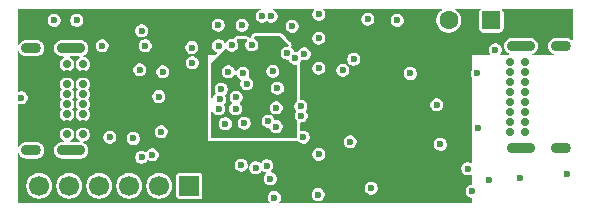
<source format=gbr>
%TF.GenerationSoftware,KiCad,Pcbnew,9.0.4*%
%TF.CreationDate,2025-10-08T22:54:58+01:00*%
%TF.ProjectId,DashcamPower,44617368-6361-46d5-906f-7765722e6b69,rev?*%
%TF.SameCoordinates,Original*%
%TF.FileFunction,Copper,L3,Inr*%
%TF.FilePolarity,Positive*%
%FSLAX46Y46*%
G04 Gerber Fmt 4.6, Leading zero omitted, Abs format (unit mm)*
G04 Created by KiCad (PCBNEW 9.0.4) date 2025-10-08 22:54:58*
%MOMM*%
%LPD*%
G01*
G04 APERTURE LIST*
G04 Aperture macros list*
%AMRoundRect*
0 Rectangle with rounded corners*
0 $1 Rounding radius*
0 $2 $3 $4 $5 $6 $7 $8 $9 X,Y pos of 4 corners*
0 Add a 4 corners polygon primitive as box body*
4,1,4,$2,$3,$4,$5,$6,$7,$8,$9,$2,$3,0*
0 Add four circle primitives for the rounded corners*
1,1,$1+$1,$2,$3*
1,1,$1+$1,$4,$5*
1,1,$1+$1,$6,$7*
1,1,$1+$1,$8,$9*
0 Add four rect primitives between the rounded corners*
20,1,$1+$1,$2,$3,$4,$5,0*
20,1,$1+$1,$4,$5,$6,$7,0*
20,1,$1+$1,$6,$7,$8,$9,0*
20,1,$1+$1,$8,$9,$2,$3,0*%
G04 Aperture macros list end*
%TA.AperFunction,ComponentPad*%
%ADD10C,0.700000*%
%TD*%
%TA.AperFunction,ComponentPad*%
%ADD11O,2.400000X0.900000*%
%TD*%
%TA.AperFunction,ComponentPad*%
%ADD12O,1.700000X0.900000*%
%TD*%
%TA.AperFunction,ComponentPad*%
%ADD13R,1.700000X1.700000*%
%TD*%
%TA.AperFunction,ComponentPad*%
%ADD14C,1.700000*%
%TD*%
%TA.AperFunction,ComponentPad*%
%ADD15RoundRect,0.250000X0.550000X0.550000X-0.550000X0.550000X-0.550000X-0.550000X0.550000X-0.550000X0*%
%TD*%
%TA.AperFunction,ComponentPad*%
%ADD16C,1.600000*%
%TD*%
%TA.AperFunction,ViaPad*%
%ADD17C,0.600000*%
%TD*%
G04 APERTURE END LIST*
D10*
%TO.N,GND*%
%TO.C,J2*%
X109650000Y-102975000D03*
%TO.N,/USB_VOUT*%
X109650000Y-102125000D03*
%TO.N,Net-(J2-CC1)*%
X109650000Y-101275000D03*
%TO.N,Net-(J2-D+-PadA6)*%
X109650000Y-100425000D03*
%TO.N,Net-(J2-D--PadA7)*%
X109650000Y-99575000D03*
%TO.N,unconnected-(J2-SBU1-PadA8)*%
X109650000Y-98725000D03*
%TO.N,/USB_VOUT*%
X109650000Y-97875000D03*
%TO.N,GND*%
X109650000Y-97025000D03*
X111000000Y-97025000D03*
%TO.N,/USB_VOUT*%
X111000000Y-97875000D03*
%TO.N,Net-(J2-CC2)*%
X111000000Y-98725000D03*
%TO.N,Net-(J2-D+-PadA6)*%
X111000000Y-99575000D03*
%TO.N,Net-(J2-D--PadA7)*%
X111000000Y-100425000D03*
%TO.N,unconnected-(J2-SBU2-PadB8)*%
X111000000Y-101275000D03*
%TO.N,/USB_VOUT*%
X111000000Y-102125000D03*
%TO.N,GND*%
X111000000Y-102975000D03*
D11*
X110630000Y-104325000D03*
D12*
X114010000Y-104325000D03*
D11*
X110630000Y-95675000D03*
D12*
X114010000Y-95675000D03*
%TD*%
D13*
%TO.N,/SWD*%
%TO.C,J4*%
X82540000Y-107500000D03*
D14*
%TO.N,GND*%
X80000000Y-107500000D03*
%TO.N,/SWC*%
X77460000Y-107500000D03*
%TO.N,/UTX*%
X74920000Y-107500000D03*
%TO.N,/URX*%
X72380000Y-107500000D03*
%TO.N,+3.3V*%
X69840000Y-107500000D03*
%TD*%
D15*
%TO.N,Net-(LS1-Pad1)*%
%TO.C,LS1*%
X108100000Y-93500000D03*
D16*
%TO.N,Net-(Q3-C)*%
X104500000Y-93500000D03*
%TD*%
D10*
%TO.N,GND*%
%TO.C,J1*%
X73525000Y-97200000D03*
%TO.N,+5V*%
X73525000Y-98050000D03*
%TO.N,Net-(J1-CC1)*%
X73525000Y-98900000D03*
%TO.N,/USB_D_P*%
X73525000Y-99750000D03*
%TO.N,/USB_D_N*%
X73525000Y-100600000D03*
%TO.N,unconnected-(J1-SBU1-PadA8)*%
X73525000Y-101450000D03*
%TO.N,+5V*%
X73525000Y-102300000D03*
%TO.N,GND*%
X73525000Y-103150000D03*
X72175000Y-103150000D03*
%TO.N,+5V*%
X72175000Y-102300000D03*
%TO.N,Net-(J1-CC2)*%
X72175000Y-101450000D03*
%TO.N,/USB_D_P*%
X72175000Y-100600000D03*
%TO.N,/USB_D_N*%
X72175000Y-99750000D03*
%TO.N,unconnected-(J1-SBU2-PadB8)*%
X72175000Y-98900000D03*
%TO.N,+5V*%
X72175000Y-98050000D03*
%TO.N,GND*%
X72175000Y-97200000D03*
D11*
X72545000Y-95850000D03*
D12*
X69165000Y-95850000D03*
D11*
X72545000Y-104500000D03*
D12*
X69165000Y-104500000D03*
%TD*%
D17*
%TO.N,GND*%
X92250000Y-96350000D03*
%TO.N,+5V*%
X75000000Y-93500000D03*
X103450000Y-107950000D03*
X114200000Y-93500000D03*
X105749997Y-107950000D03*
X73950000Y-94800000D03*
X76999000Y-94450000D03*
X101600000Y-107850000D03*
%TO.N,GND*%
X73000000Y-93500000D03*
X88150122Y-105975000D03*
X82750000Y-95800000D03*
X91250000Y-94000000D03*
X78500000Y-105100000D03*
X86450000Y-101000000D03*
X78350000Y-97700000D03*
X87000000Y-93900000D03*
X97650000Y-93400000D03*
X97950000Y-107700000D03*
X89888167Y-102492598D03*
X107000000Y-102650000D03*
X86500000Y-100000000D03*
X106900000Y-98000000D03*
X93500000Y-93000000D03*
X114550000Y-106500000D03*
X68300000Y-100050000D03*
X93450000Y-108250000D03*
X89750000Y-108500000D03*
X82800000Y-97100000D03*
X85000000Y-93900000D03*
X75150000Y-95650000D03*
X87411725Y-98888275D03*
X108450000Y-96000000D03*
X89399998Y-106900000D03*
X86950000Y-105750000D03*
X80150000Y-102950000D03*
X96150000Y-103800000D03*
X71100000Y-93500000D03*
X75800000Y-103400000D03*
X90000000Y-99250000D03*
%TO.N,+3.3V*%
X93500000Y-104850000D03*
X87843800Y-95587988D03*
X91500000Y-96700000D03*
X85050000Y-101000000D03*
X78500000Y-94400000D03*
X89900000Y-100905000D03*
X79400000Y-104900000D03*
X79950000Y-99950000D03*
X80300000Y-97850000D03*
X77800000Y-103500000D03*
X100137500Y-93500748D03*
X78800000Y-95637500D03*
X90850000Y-96300000D03*
X85013075Y-95641883D03*
X87200000Y-102200000D03*
%TO.N,/VCORE*%
X88000000Y-102250000D03*
X86950000Y-95650000D03*
X89256200Y-95500000D03*
%TO.N,/BTN*%
X101250000Y-98000000D03*
%TO.N,Net-(U3-RUN)*%
X92200000Y-103400000D03*
%TO.N,Net-(D1-K)*%
X93500000Y-97550000D03*
X93500000Y-95000000D03*
%TO.N,Net-(D2-K)*%
X96450000Y-96800000D03*
X95538275Y-97711725D03*
%TO.N,/SWC*%
X89223608Y-102047215D03*
%TO.N,/URX*%
X91975000Y-100776200D03*
%TO.N,/UTX*%
X92002616Y-101575726D03*
%TO.N,/SWD*%
X89100000Y-105799998D03*
%TO.N,Net-(Q1-G)*%
X106100000Y-106050000D03*
%TO.N,/USB_RES_D_N*%
X88718301Y-93145685D03*
%TO.N,/USB_RES_D_P*%
X89470701Y-93145685D03*
%TO.N,Net-(R17-Pad2)*%
X103500000Y-100650000D03*
%TO.N,/BUZZER*%
X85600000Y-102250000D03*
%TO.N,/QSPI_SD1*%
X85253400Y-99350000D03*
%TO.N,/QSPI_SD2*%
X85850000Y-97850000D03*
%TO.N,/QSPI_CLK*%
X89611196Y-97815792D03*
%TO.N,/QSPI_SS*%
X85100000Y-100200000D03*
%TO.N,/USB_VOUT*%
X110550000Y-106850000D03*
X103800000Y-104000000D03*
X107950000Y-107000000D03*
X106450000Y-107950000D03*
%TO.N,/QSPI_SD0*%
X87081022Y-97999998D03*
%TO.N,/QSPI_SD3*%
X86150000Y-95600000D03*
%TD*%
%TA.AperFunction,Conductor*%
%TO.N,+5V*%
G36*
X88575544Y-92518513D02*
G01*
X88593557Y-92562000D01*
X88575544Y-92605487D01*
X88547975Y-92621404D01*
X88505820Y-92632699D01*
X88505816Y-92632701D01*
X88380287Y-92705175D01*
X88380282Y-92705179D01*
X88277795Y-92807666D01*
X88277791Y-92807671D01*
X88205317Y-92933200D01*
X88205315Y-92933204D01*
X88167801Y-93073207D01*
X88167801Y-93218162D01*
X88205315Y-93358165D01*
X88205316Y-93358167D01*
X88205317Y-93358170D01*
X88277792Y-93483700D01*
X88380286Y-93586194D01*
X88505816Y-93658669D01*
X88505820Y-93658670D01*
X88645824Y-93696185D01*
X88645826Y-93696185D01*
X88790777Y-93696185D01*
X88852507Y-93679643D01*
X88930786Y-93658669D01*
X89056316Y-93586194D01*
X89056324Y-93586185D01*
X89057057Y-93585625D01*
X89057511Y-93585503D01*
X89059807Y-93584178D01*
X89060161Y-93584792D01*
X89102522Y-93573437D01*
X89129051Y-93584426D01*
X89129195Y-93584178D01*
X89131082Y-93585267D01*
X89131945Y-93585625D01*
X89132680Y-93586188D01*
X89132686Y-93586194D01*
X89258216Y-93658669D01*
X89258220Y-93658670D01*
X89398224Y-93696185D01*
X89398226Y-93696185D01*
X89543177Y-93696185D01*
X89604907Y-93679643D01*
X89683186Y-93658669D01*
X89808716Y-93586194D01*
X89911210Y-93483700D01*
X89983685Y-93358170D01*
X90002617Y-93287515D01*
X90021201Y-93218162D01*
X90021201Y-93073207D01*
X89983686Y-92933204D01*
X89983685Y-92933200D01*
X89911210Y-92807670D01*
X89808716Y-92705176D01*
X89683186Y-92632701D01*
X89683183Y-92632700D01*
X89683181Y-92632699D01*
X89641027Y-92621404D01*
X89603684Y-92592750D01*
X89597541Y-92546082D01*
X89626195Y-92508739D01*
X89656945Y-92500500D01*
X93072502Y-92500500D01*
X93115989Y-92518513D01*
X93134002Y-92562000D01*
X93115989Y-92605487D01*
X93059494Y-92661981D01*
X93059490Y-92661986D01*
X92987016Y-92787515D01*
X92987014Y-92787519D01*
X92949500Y-92927522D01*
X92949500Y-93072477D01*
X92987014Y-93212480D01*
X92987015Y-93212482D01*
X92987016Y-93212485D01*
X93059491Y-93338015D01*
X93161985Y-93440509D01*
X93287515Y-93512984D01*
X93287519Y-93512985D01*
X93427523Y-93550500D01*
X93427525Y-93550500D01*
X93572476Y-93550500D01*
X93634206Y-93533958D01*
X93712485Y-93512984D01*
X93838015Y-93440509D01*
X93940509Y-93338015D01*
X93946567Y-93327522D01*
X97099500Y-93327522D01*
X97099500Y-93472477D01*
X97137014Y-93612480D01*
X97137015Y-93612482D01*
X97137016Y-93612485D01*
X97209491Y-93738015D01*
X97311985Y-93840509D01*
X97437515Y-93912984D01*
X97437519Y-93912985D01*
X97577523Y-93950500D01*
X97577525Y-93950500D01*
X97722476Y-93950500D01*
X97784206Y-93933958D01*
X97862485Y-93912984D01*
X97988015Y-93840509D01*
X98090509Y-93738015D01*
X98162984Y-93612485D01*
X98179593Y-93550500D01*
X98200500Y-93472477D01*
X98200500Y-93428270D01*
X99587000Y-93428270D01*
X99587000Y-93573225D01*
X99624514Y-93713228D01*
X99624515Y-93713230D01*
X99624516Y-93713233D01*
X99696991Y-93838763D01*
X99799485Y-93941257D01*
X99925015Y-94013732D01*
X99925019Y-94013733D01*
X100065023Y-94051248D01*
X100065025Y-94051248D01*
X100209976Y-94051248D01*
X100271706Y-94034706D01*
X100349985Y-94013732D01*
X100475515Y-93941257D01*
X100578009Y-93838763D01*
X100650484Y-93713233D01*
X100679897Y-93603465D01*
X100688000Y-93573225D01*
X100688000Y-93428270D01*
X100650485Y-93288267D01*
X100650484Y-93288263D01*
X100578009Y-93162733D01*
X100475515Y-93060239D01*
X100349985Y-92987764D01*
X100349982Y-92987763D01*
X100349980Y-92987762D01*
X100209977Y-92950248D01*
X100209975Y-92950248D01*
X100065025Y-92950248D01*
X100065023Y-92950248D01*
X99925019Y-92987762D01*
X99925015Y-92987764D01*
X99799486Y-93060238D01*
X99799481Y-93060242D01*
X99696994Y-93162729D01*
X99696990Y-93162734D01*
X99624516Y-93288263D01*
X99624514Y-93288267D01*
X99587000Y-93428270D01*
X98200500Y-93428270D01*
X98200500Y-93327522D01*
X98162985Y-93187519D01*
X98162984Y-93187515D01*
X98090509Y-93061985D01*
X97988015Y-92959491D01*
X97862485Y-92887016D01*
X97862482Y-92887015D01*
X97862480Y-92887014D01*
X97722477Y-92849500D01*
X97722475Y-92849500D01*
X97577525Y-92849500D01*
X97577523Y-92849500D01*
X97437519Y-92887014D01*
X97437515Y-92887016D01*
X97311986Y-92959490D01*
X97311981Y-92959494D01*
X97209494Y-93061981D01*
X97209490Y-93061986D01*
X97137016Y-93187515D01*
X97137014Y-93187519D01*
X97099500Y-93327522D01*
X93946567Y-93327522D01*
X94012984Y-93212485D01*
X94027540Y-93158158D01*
X94050500Y-93072477D01*
X94050500Y-92927522D01*
X94012985Y-92787519D01*
X94012984Y-92787515D01*
X93940509Y-92661985D01*
X93884011Y-92605487D01*
X93865998Y-92562000D01*
X93884011Y-92518513D01*
X93927498Y-92500500D01*
X103902269Y-92500500D01*
X103945756Y-92518513D01*
X103963769Y-92562000D01*
X103945756Y-92605487D01*
X103936436Y-92613136D01*
X103830345Y-92684022D01*
X103684022Y-92830345D01*
X103569060Y-93002400D01*
X103569056Y-93002408D01*
X103489873Y-93193569D01*
X103489868Y-93193585D01*
X103449500Y-93396531D01*
X103449500Y-93603468D01*
X103489868Y-93806414D01*
X103489873Y-93806430D01*
X103558653Y-93972477D01*
X103569059Y-93997598D01*
X103579840Y-94013733D01*
X103684022Y-94169654D01*
X103830345Y-94315977D01*
X103830344Y-94315977D01*
X103916664Y-94373653D01*
X104002402Y-94430941D01*
X104091466Y-94467832D01*
X104193569Y-94510126D01*
X104193574Y-94510127D01*
X104193580Y-94510130D01*
X104396531Y-94550499D01*
X104396532Y-94550500D01*
X104396535Y-94550500D01*
X104603468Y-94550500D01*
X104603468Y-94550499D01*
X104806420Y-94510130D01*
X104997598Y-94430941D01*
X105169655Y-94315977D01*
X105315977Y-94169655D01*
X105430941Y-93997598D01*
X105510130Y-93806420D01*
X105550499Y-93603468D01*
X105550500Y-93603468D01*
X105550500Y-93396532D01*
X105550499Y-93396531D01*
X105548606Y-93387016D01*
X105510130Y-93193580D01*
X105510127Y-93193574D01*
X105510126Y-93193569D01*
X105460271Y-93073210D01*
X105430941Y-93002402D01*
X105315977Y-92830345D01*
X105169655Y-92684023D01*
X105169654Y-92684022D01*
X105169655Y-92684022D01*
X105063564Y-92613136D01*
X105037413Y-92573998D01*
X105046595Y-92527833D01*
X105085733Y-92501682D01*
X105097731Y-92500500D01*
X107138429Y-92500500D01*
X107181916Y-92518513D01*
X107199929Y-92562000D01*
X107187662Y-92598854D01*
X107170782Y-92621404D01*
X107106205Y-92707666D01*
X107106203Y-92707671D01*
X107055910Y-92842512D01*
X107055910Y-92842514D01*
X107055909Y-92842517D01*
X107051125Y-92887014D01*
X107049500Y-92902128D01*
X107049500Y-94097872D01*
X107055908Y-94157481D01*
X107055909Y-94157485D01*
X107099287Y-94273786D01*
X107106204Y-94292331D01*
X107192454Y-94407546D01*
X107307669Y-94493796D01*
X107442517Y-94544091D01*
X107502127Y-94550500D01*
X108697872Y-94550499D01*
X108757483Y-94544091D01*
X108892331Y-94493796D01*
X109007546Y-94407546D01*
X109093796Y-94292331D01*
X109144091Y-94157483D01*
X109150500Y-94097873D01*
X109150499Y-92902128D01*
X109144091Y-92842517D01*
X109093796Y-92707669D01*
X109093253Y-92706944D01*
X109029218Y-92621404D01*
X109012337Y-92598854D01*
X109000697Y-92553248D01*
X109024715Y-92512767D01*
X109061571Y-92500500D01*
X114938000Y-92500500D01*
X114981487Y-92518513D01*
X114999500Y-92562000D01*
X114999500Y-95125370D01*
X114981487Y-95168857D01*
X114938000Y-95186870D01*
X114894513Y-95168857D01*
X114856541Y-95130885D01*
X114856535Y-95130880D01*
X114741820Y-95054230D01*
X114741813Y-95054226D01*
X114741811Y-95054225D01*
X114741804Y-95054222D01*
X114614338Y-95001423D01*
X114614321Y-95001418D01*
X114478996Y-94974500D01*
X114478993Y-94974500D01*
X113541007Y-94974500D01*
X113541004Y-94974500D01*
X113405678Y-95001418D01*
X113405661Y-95001423D01*
X113278195Y-95054222D01*
X113278179Y-95054230D01*
X113163464Y-95130880D01*
X113163458Y-95130885D01*
X113065885Y-95228458D01*
X113065880Y-95228464D01*
X112989230Y-95343179D01*
X112989222Y-95343195D01*
X112936423Y-95470661D01*
X112936418Y-95470678D01*
X112909500Y-95606003D01*
X112909500Y-95743996D01*
X112936418Y-95879321D01*
X112936423Y-95879338D01*
X112989222Y-96006804D01*
X112989225Y-96006811D01*
X112989226Y-96006813D01*
X112989230Y-96006820D01*
X113065880Y-96121535D01*
X113065885Y-96121541D01*
X113163458Y-96219114D01*
X113163464Y-96219119D01*
X113278179Y-96295769D01*
X113278183Y-96295771D01*
X113278189Y-96295775D01*
X113315694Y-96311310D01*
X113364875Y-96331682D01*
X113398159Y-96364965D01*
X113398158Y-96412035D01*
X113364875Y-96445319D01*
X113341340Y-96450000D01*
X111648660Y-96450000D01*
X111605173Y-96431987D01*
X111587160Y-96388500D01*
X111605173Y-96345013D01*
X111625125Y-96331682D01*
X111670262Y-96312985D01*
X111711811Y-96295775D01*
X111739124Y-96277525D01*
X111826535Y-96219119D01*
X111826536Y-96219117D01*
X111826542Y-96219114D01*
X111924114Y-96121542D01*
X111944853Y-96090505D01*
X112000769Y-96006820D01*
X112000769Y-96006819D01*
X112000775Y-96006811D01*
X112053580Y-95879328D01*
X112080499Y-95743996D01*
X112080500Y-95743996D01*
X112080500Y-95606004D01*
X112080499Y-95606003D01*
X112076821Y-95587515D01*
X112053580Y-95470672D01*
X112053577Y-95470665D01*
X112053576Y-95470661D01*
X112025375Y-95402580D01*
X112000775Y-95343189D01*
X112000771Y-95343183D01*
X112000769Y-95343179D01*
X111924119Y-95228464D01*
X111924114Y-95228458D01*
X111826541Y-95130885D01*
X111826535Y-95130880D01*
X111711820Y-95054230D01*
X111711813Y-95054226D01*
X111711811Y-95054225D01*
X111711804Y-95054222D01*
X111584338Y-95001423D01*
X111584321Y-95001418D01*
X111448996Y-94974500D01*
X111448993Y-94974500D01*
X109811007Y-94974500D01*
X109811004Y-94974500D01*
X109675678Y-95001418D01*
X109675661Y-95001423D01*
X109548195Y-95054222D01*
X109548179Y-95054230D01*
X109433464Y-95130880D01*
X109433458Y-95130885D01*
X109335885Y-95228458D01*
X109335880Y-95228464D01*
X109259230Y-95343179D01*
X109259222Y-95343195D01*
X109206423Y-95470661D01*
X109206418Y-95470678D01*
X109179500Y-95606003D01*
X109179500Y-95743996D01*
X109206418Y-95879321D01*
X109206423Y-95879338D01*
X109259222Y-96006804D01*
X109259225Y-96006811D01*
X109259226Y-96006813D01*
X109259230Y-96006820D01*
X109335880Y-96121535D01*
X109335885Y-96121541D01*
X109433458Y-96219114D01*
X109433464Y-96219119D01*
X109548179Y-96295769D01*
X109548182Y-96295770D01*
X109548189Y-96295775D01*
X109574529Y-96306685D01*
X109578446Y-96308308D01*
X109581448Y-96311310D01*
X109585659Y-96311865D01*
X109597719Y-96327581D01*
X109611729Y-96341592D01*
X109611728Y-96345839D01*
X109614314Y-96349208D01*
X109611728Y-96368850D01*
X109611728Y-96388662D01*
X109608725Y-96391664D01*
X109608171Y-96395875D01*
X109592454Y-96407935D01*
X109578444Y-96421945D01*
X109570828Y-96424530D01*
X109511196Y-96440509D01*
X109483596Y-96447904D01*
X109467681Y-96450000D01*
X108926998Y-96450000D01*
X108883511Y-96431987D01*
X108865498Y-96388500D01*
X108883511Y-96345013D01*
X108886932Y-96341592D01*
X108890509Y-96338015D01*
X108962984Y-96212485D01*
X108982137Y-96141006D01*
X109000500Y-96072477D01*
X109000500Y-95927522D01*
X108962985Y-95787519D01*
X108962984Y-95787515D01*
X108890509Y-95661985D01*
X108788015Y-95559491D01*
X108662485Y-95487016D01*
X108662482Y-95487015D01*
X108662480Y-95487014D01*
X108522477Y-95449500D01*
X108522475Y-95449500D01*
X108377525Y-95449500D01*
X108377523Y-95449500D01*
X108237519Y-95487014D01*
X108237515Y-95487016D01*
X108111986Y-95559490D01*
X108111981Y-95559494D01*
X108009494Y-95661981D01*
X108009490Y-95661986D01*
X107937016Y-95787515D01*
X107937014Y-95787519D01*
X107899500Y-95927522D01*
X107899500Y-96072477D01*
X107937014Y-96212480D01*
X107937015Y-96212482D01*
X107937016Y-96212485D01*
X108009491Y-96338015D01*
X108009494Y-96338018D01*
X108016489Y-96345013D01*
X108034502Y-96388500D01*
X108016489Y-96431987D01*
X107973002Y-96450000D01*
X106450000Y-96450000D01*
X106450000Y-97661943D01*
X106441761Y-97692693D01*
X106387016Y-97787514D01*
X106387014Y-97787519D01*
X106349500Y-97927522D01*
X106349500Y-98072477D01*
X106387014Y-98212480D01*
X106387015Y-98212482D01*
X106387016Y-98212485D01*
X106437543Y-98300000D01*
X106441761Y-98307305D01*
X106450000Y-98338055D01*
X106450000Y-102569695D01*
X106449500Y-102577334D01*
X106449500Y-102722673D01*
X106450000Y-102730304D01*
X106450000Y-105509889D01*
X106431987Y-105553376D01*
X106388500Y-105571389D01*
X106357750Y-105563150D01*
X106340821Y-105553376D01*
X106312485Y-105537016D01*
X106312482Y-105537015D01*
X106312480Y-105537014D01*
X106172477Y-105499500D01*
X106172475Y-105499500D01*
X106027525Y-105499500D01*
X106027523Y-105499500D01*
X105887519Y-105537014D01*
X105887515Y-105537016D01*
X105761986Y-105609490D01*
X105761981Y-105609494D01*
X105659494Y-105711981D01*
X105659490Y-105711986D01*
X105587016Y-105837515D01*
X105587014Y-105837519D01*
X105549500Y-105977522D01*
X105549500Y-106122477D01*
X105587014Y-106262480D01*
X105587015Y-106262482D01*
X105587016Y-106262485D01*
X105659491Y-106388015D01*
X105761985Y-106490509D01*
X105887515Y-106562984D01*
X105887519Y-106562985D01*
X106027523Y-106600500D01*
X106027525Y-106600500D01*
X106172476Y-106600500D01*
X106234206Y-106583958D01*
X106312485Y-106562984D01*
X106357750Y-106536849D01*
X106404417Y-106530705D01*
X106441760Y-106559359D01*
X106450000Y-106590110D01*
X106450000Y-107338000D01*
X106431987Y-107381487D01*
X106388500Y-107399500D01*
X106377523Y-107399500D01*
X106237519Y-107437014D01*
X106237515Y-107437016D01*
X106111986Y-107509490D01*
X106111981Y-107509494D01*
X106009494Y-107611981D01*
X106009490Y-107611986D01*
X105937016Y-107737515D01*
X105937014Y-107737519D01*
X105899500Y-107877522D01*
X105899500Y-108022477D01*
X105937014Y-108162480D01*
X105937015Y-108162482D01*
X105937016Y-108162485D01*
X106009491Y-108288015D01*
X106111985Y-108390509D01*
X106237515Y-108462984D01*
X106237519Y-108462985D01*
X106377523Y-108500500D01*
X106388500Y-108500500D01*
X106431987Y-108518513D01*
X106450000Y-108562000D01*
X106450000Y-108938000D01*
X106431987Y-108981487D01*
X106388500Y-108999500D01*
X90177498Y-108999500D01*
X90134011Y-108981487D01*
X90115998Y-108938000D01*
X90134011Y-108894513D01*
X90190509Y-108838015D01*
X90262984Y-108712485D01*
X90292991Y-108600499D01*
X90300500Y-108572477D01*
X90300500Y-108427522D01*
X90262985Y-108287519D01*
X90262984Y-108287515D01*
X90214906Y-108204241D01*
X90199480Y-108177522D01*
X92899500Y-108177522D01*
X92899500Y-108322477D01*
X92937014Y-108462480D01*
X92937015Y-108462482D01*
X92937016Y-108462485D01*
X93009491Y-108588015D01*
X93111985Y-108690509D01*
X93237515Y-108762984D01*
X93237519Y-108762985D01*
X93377523Y-108800500D01*
X93377525Y-108800500D01*
X93522476Y-108800500D01*
X93584206Y-108783958D01*
X93662485Y-108762984D01*
X93788015Y-108690509D01*
X93890509Y-108588015D01*
X93962984Y-108462485D01*
X93982271Y-108390505D01*
X94000500Y-108322477D01*
X94000500Y-108177522D01*
X93962985Y-108037519D01*
X93962984Y-108037515D01*
X93890509Y-107911985D01*
X93788015Y-107809491D01*
X93662485Y-107737016D01*
X93662482Y-107737015D01*
X93662480Y-107737014D01*
X93522477Y-107699500D01*
X93522475Y-107699500D01*
X93377525Y-107699500D01*
X93377523Y-107699500D01*
X93237519Y-107737014D01*
X93237515Y-107737016D01*
X93111986Y-107809490D01*
X93111981Y-107809494D01*
X93009494Y-107911981D01*
X93009490Y-107911986D01*
X92937016Y-108037515D01*
X92937014Y-108037519D01*
X92899500Y-108177522D01*
X90199480Y-108177522D01*
X90190513Y-108161991D01*
X90190511Y-108161988D01*
X90190509Y-108161985D01*
X90088015Y-108059491D01*
X89962485Y-107987016D01*
X89962482Y-107987015D01*
X89962480Y-107987014D01*
X89822477Y-107949500D01*
X89822475Y-107949500D01*
X89677525Y-107949500D01*
X89677523Y-107949500D01*
X89537519Y-107987014D01*
X89537515Y-107987016D01*
X89411986Y-108059490D01*
X89411981Y-108059494D01*
X89309494Y-108161981D01*
X89309490Y-108161986D01*
X89237016Y-108287515D01*
X89237014Y-108287519D01*
X89199500Y-108427522D01*
X89199500Y-108572477D01*
X89237014Y-108712480D01*
X89237015Y-108712482D01*
X89237016Y-108712485D01*
X89309491Y-108838015D01*
X89309494Y-108838018D01*
X89365989Y-108894513D01*
X89384002Y-108938000D01*
X89365989Y-108981487D01*
X89322502Y-108999500D01*
X68062000Y-108999500D01*
X68018513Y-108981487D01*
X68000500Y-108938000D01*
X68000500Y-107413385D01*
X68739500Y-107413385D01*
X68739500Y-107586614D01*
X68766598Y-107757703D01*
X68820127Y-107922446D01*
X68898769Y-108076790D01*
X69000584Y-108216926D01*
X69123073Y-108339415D01*
X69193398Y-108390509D01*
X69263212Y-108441232D01*
X69417555Y-108519873D01*
X69582296Y-108573401D01*
X69582299Y-108573402D01*
X69753389Y-108600500D01*
X69753393Y-108600500D01*
X69926607Y-108600500D01*
X69926611Y-108600500D01*
X70097701Y-108573402D01*
X70262445Y-108519873D01*
X70416788Y-108441232D01*
X70556928Y-108339414D01*
X70679414Y-108216928D01*
X70781232Y-108076788D01*
X70859873Y-107922445D01*
X70913402Y-107757701D01*
X70940500Y-107586611D01*
X70940500Y-107413389D01*
X70940499Y-107413385D01*
X71279500Y-107413385D01*
X71279500Y-107586614D01*
X71306598Y-107757703D01*
X71360127Y-107922446D01*
X71438769Y-108076790D01*
X71540584Y-108216926D01*
X71663073Y-108339415D01*
X71733398Y-108390509D01*
X71803212Y-108441232D01*
X71957555Y-108519873D01*
X72122296Y-108573401D01*
X72122299Y-108573402D01*
X72293389Y-108600500D01*
X72293393Y-108600500D01*
X72466607Y-108600500D01*
X72466611Y-108600500D01*
X72637701Y-108573402D01*
X72802445Y-108519873D01*
X72956788Y-108441232D01*
X73096928Y-108339414D01*
X73219414Y-108216928D01*
X73321232Y-108076788D01*
X73399873Y-107922445D01*
X73453402Y-107757701D01*
X73480500Y-107586611D01*
X73480500Y-107413389D01*
X73480499Y-107413385D01*
X73819500Y-107413385D01*
X73819500Y-107586614D01*
X73846598Y-107757703D01*
X73900127Y-107922446D01*
X73978769Y-108076790D01*
X74080584Y-108216926D01*
X74203073Y-108339415D01*
X74273398Y-108390509D01*
X74343212Y-108441232D01*
X74497555Y-108519873D01*
X74662296Y-108573401D01*
X74662299Y-108573402D01*
X74833389Y-108600500D01*
X74833393Y-108600500D01*
X75006607Y-108600500D01*
X75006611Y-108600500D01*
X75177701Y-108573402D01*
X75342445Y-108519873D01*
X75496788Y-108441232D01*
X75636928Y-108339414D01*
X75759414Y-108216928D01*
X75861232Y-108076788D01*
X75939873Y-107922445D01*
X75993402Y-107757701D01*
X76020500Y-107586611D01*
X76020500Y-107413389D01*
X76020499Y-107413385D01*
X76359500Y-107413385D01*
X76359500Y-107586614D01*
X76386598Y-107757703D01*
X76440127Y-107922446D01*
X76518769Y-108076790D01*
X76620584Y-108216926D01*
X76743073Y-108339415D01*
X76813398Y-108390509D01*
X76883212Y-108441232D01*
X77037555Y-108519873D01*
X77202296Y-108573401D01*
X77202299Y-108573402D01*
X77373389Y-108600500D01*
X77373393Y-108600500D01*
X77546607Y-108600500D01*
X77546611Y-108600500D01*
X77717701Y-108573402D01*
X77882445Y-108519873D01*
X78036788Y-108441232D01*
X78176928Y-108339414D01*
X78299414Y-108216928D01*
X78401232Y-108076788D01*
X78479873Y-107922445D01*
X78533402Y-107757701D01*
X78560500Y-107586611D01*
X78560500Y-107413389D01*
X78560499Y-107413385D01*
X78899500Y-107413385D01*
X78899500Y-107586614D01*
X78926598Y-107757703D01*
X78980127Y-107922446D01*
X79058769Y-108076790D01*
X79160584Y-108216926D01*
X79283073Y-108339415D01*
X79353398Y-108390509D01*
X79423212Y-108441232D01*
X79577555Y-108519873D01*
X79742296Y-108573401D01*
X79742299Y-108573402D01*
X79913389Y-108600500D01*
X79913393Y-108600500D01*
X80086607Y-108600500D01*
X80086611Y-108600500D01*
X80257701Y-108573402D01*
X80422445Y-108519873D01*
X80576788Y-108441232D01*
X80716928Y-108339414D01*
X80839414Y-108216928D01*
X80941232Y-108076788D01*
X81019873Y-107922445D01*
X81073402Y-107757701D01*
X81100500Y-107586611D01*
X81100500Y-107413389D01*
X81073402Y-107242299D01*
X81019873Y-107077555D01*
X80941232Y-106923212D01*
X80839414Y-106783072D01*
X80716928Y-106660586D01*
X80716927Y-106660585D01*
X80716926Y-106660584D01*
X80668392Y-106625322D01*
X81439500Y-106625322D01*
X81439500Y-108374677D01*
X81454032Y-108447738D01*
X81464220Y-108462985D01*
X81509399Y-108530601D01*
X81556392Y-108562000D01*
X81592261Y-108585967D01*
X81650473Y-108597545D01*
X81665322Y-108600499D01*
X81665323Y-108600500D01*
X81665326Y-108600500D01*
X83414677Y-108600500D01*
X83414677Y-108600499D01*
X83443980Y-108594670D01*
X83487738Y-108585967D01*
X83487739Y-108585966D01*
X83487740Y-108585966D01*
X83570601Y-108530601D01*
X83625966Y-108447740D01*
X83625966Y-108447739D01*
X83625967Y-108447738D01*
X83640499Y-108374677D01*
X83640500Y-108374677D01*
X83640500Y-107627522D01*
X97399500Y-107627522D01*
X97399500Y-107772477D01*
X97437014Y-107912480D01*
X97437015Y-107912482D01*
X97437016Y-107912485D01*
X97509491Y-108038015D01*
X97611985Y-108140509D01*
X97737515Y-108212984D01*
X97737519Y-108212985D01*
X97877523Y-108250500D01*
X97877525Y-108250500D01*
X98022476Y-108250500D01*
X98084206Y-108233958D01*
X98162485Y-108212984D01*
X98288015Y-108140509D01*
X98390509Y-108038015D01*
X98462984Y-107912485D01*
X98490581Y-107809494D01*
X98500500Y-107772477D01*
X98500500Y-107627522D01*
X98462985Y-107487519D01*
X98462984Y-107487515D01*
X98390509Y-107361985D01*
X98288015Y-107259491D01*
X98162485Y-107187016D01*
X98162482Y-107187015D01*
X98162480Y-107187014D01*
X98022477Y-107149500D01*
X98022475Y-107149500D01*
X97877525Y-107149500D01*
X97877523Y-107149500D01*
X97737519Y-107187014D01*
X97737515Y-107187016D01*
X97611986Y-107259490D01*
X97611981Y-107259494D01*
X97509494Y-107361981D01*
X97509490Y-107361986D01*
X97437016Y-107487515D01*
X97437014Y-107487519D01*
X97399500Y-107627522D01*
X83640500Y-107627522D01*
X83640500Y-106625323D01*
X83640499Y-106625322D01*
X83625967Y-106552261D01*
X83608086Y-106525500D01*
X83570601Y-106469399D01*
X83529028Y-106441621D01*
X83487738Y-106414032D01*
X83414677Y-106399500D01*
X83414674Y-106399500D01*
X81665326Y-106399500D01*
X81665323Y-106399500D01*
X81592261Y-106414032D01*
X81509399Y-106469399D01*
X81454032Y-106552261D01*
X81439500Y-106625322D01*
X80668392Y-106625322D01*
X80576790Y-106558769D01*
X80422446Y-106480127D01*
X80257702Y-106426598D01*
X80257704Y-106426598D01*
X80086614Y-106399500D01*
X80086611Y-106399500D01*
X79913389Y-106399500D01*
X79913385Y-106399500D01*
X79742296Y-106426598D01*
X79577553Y-106480127D01*
X79423209Y-106558769D01*
X79283073Y-106660584D01*
X79283073Y-106660585D01*
X79283072Y-106660586D01*
X79160586Y-106783072D01*
X79160585Y-106783073D01*
X79160584Y-106783073D01*
X79058769Y-106923209D01*
X78980127Y-107077553D01*
X78926598Y-107242296D01*
X78899500Y-107413385D01*
X78560499Y-107413385D01*
X78533402Y-107242299D01*
X78479873Y-107077555D01*
X78401232Y-106923212D01*
X78299414Y-106783072D01*
X78176928Y-106660586D01*
X78176927Y-106660585D01*
X78176926Y-106660584D01*
X78036790Y-106558769D01*
X77882446Y-106480127D01*
X77717702Y-106426598D01*
X77717704Y-106426598D01*
X77546614Y-106399500D01*
X77546611Y-106399500D01*
X77373389Y-106399500D01*
X77373385Y-106399500D01*
X77202296Y-106426598D01*
X77037553Y-106480127D01*
X76883209Y-106558769D01*
X76743073Y-106660584D01*
X76743073Y-106660585D01*
X76743072Y-106660586D01*
X76620586Y-106783072D01*
X76620585Y-106783073D01*
X76620584Y-106783073D01*
X76518769Y-106923209D01*
X76440127Y-107077553D01*
X76386598Y-107242296D01*
X76359500Y-107413385D01*
X76020499Y-107413385D01*
X75993402Y-107242299D01*
X75939873Y-107077555D01*
X75861232Y-106923212D01*
X75759414Y-106783072D01*
X75636928Y-106660586D01*
X75636927Y-106660585D01*
X75636926Y-106660584D01*
X75496790Y-106558769D01*
X75342446Y-106480127D01*
X75177702Y-106426598D01*
X75177704Y-106426598D01*
X75006614Y-106399500D01*
X75006611Y-106399500D01*
X74833389Y-106399500D01*
X74833385Y-106399500D01*
X74662296Y-106426598D01*
X74497553Y-106480127D01*
X74343209Y-106558769D01*
X74203073Y-106660584D01*
X74203073Y-106660585D01*
X74203072Y-106660586D01*
X74080586Y-106783072D01*
X74080585Y-106783073D01*
X74080584Y-106783073D01*
X73978769Y-106923209D01*
X73900127Y-107077553D01*
X73846598Y-107242296D01*
X73819500Y-107413385D01*
X73480499Y-107413385D01*
X73453402Y-107242299D01*
X73399873Y-107077555D01*
X73321232Y-106923212D01*
X73219414Y-106783072D01*
X73096928Y-106660586D01*
X73096927Y-106660585D01*
X73096926Y-106660584D01*
X72956790Y-106558769D01*
X72802446Y-106480127D01*
X72637702Y-106426598D01*
X72637704Y-106426598D01*
X72466614Y-106399500D01*
X72466611Y-106399500D01*
X72293389Y-106399500D01*
X72293385Y-106399500D01*
X72122296Y-106426598D01*
X71957553Y-106480127D01*
X71803209Y-106558769D01*
X71663073Y-106660584D01*
X71663073Y-106660585D01*
X71663072Y-106660586D01*
X71540586Y-106783072D01*
X71540585Y-106783073D01*
X71540584Y-106783073D01*
X71438769Y-106923209D01*
X71360127Y-107077553D01*
X71306598Y-107242296D01*
X71279500Y-107413385D01*
X70940499Y-107413385D01*
X70913402Y-107242299D01*
X70859873Y-107077555D01*
X70781232Y-106923212D01*
X70679414Y-106783072D01*
X70556928Y-106660586D01*
X70556927Y-106660585D01*
X70556926Y-106660584D01*
X70416790Y-106558769D01*
X70262446Y-106480127D01*
X70097702Y-106426598D01*
X70097704Y-106426598D01*
X69926614Y-106399500D01*
X69926611Y-106399500D01*
X69753389Y-106399500D01*
X69753385Y-106399500D01*
X69582296Y-106426598D01*
X69417553Y-106480127D01*
X69263209Y-106558769D01*
X69123073Y-106660584D01*
X69123073Y-106660585D01*
X69123072Y-106660586D01*
X69000586Y-106783072D01*
X69000585Y-106783073D01*
X69000584Y-106783073D01*
X68898769Y-106923209D01*
X68820127Y-107077553D01*
X68766598Y-107242296D01*
X68739500Y-107413385D01*
X68000500Y-107413385D01*
X68000500Y-105677522D01*
X86399500Y-105677522D01*
X86399500Y-105822477D01*
X86437014Y-105962480D01*
X86437015Y-105962482D01*
X86437016Y-105962485D01*
X86509491Y-106088015D01*
X86611985Y-106190509D01*
X86737515Y-106262984D01*
X86737519Y-106262985D01*
X86877523Y-106300500D01*
X86877525Y-106300500D01*
X87022476Y-106300500D01*
X87098806Y-106280047D01*
X87162485Y-106262984D01*
X87288015Y-106190509D01*
X87390509Y-106088015D01*
X87462984Y-105962485D01*
X87479050Y-105902525D01*
X87599622Y-105902525D01*
X87599622Y-105926035D01*
X87599622Y-106047477D01*
X87637136Y-106187480D01*
X87637137Y-106187482D01*
X87637138Y-106187485D01*
X87709613Y-106313015D01*
X87812107Y-106415509D01*
X87937637Y-106487984D01*
X87947060Y-106490509D01*
X88077645Y-106525500D01*
X88077647Y-106525500D01*
X88222598Y-106525500D01*
X88284328Y-106508958D01*
X88362607Y-106487984D01*
X88488137Y-106415509D01*
X88590631Y-106313015D01*
X88639817Y-106227821D01*
X88677160Y-106199169D01*
X88723827Y-106205312D01*
X88736564Y-106215086D01*
X88761985Y-106240507D01*
X88887515Y-106312982D01*
X88902313Y-106316947D01*
X89027519Y-106350497D01*
X89027523Y-106350497D01*
X89027525Y-106350498D01*
X89027527Y-106350498D01*
X89030964Y-106350950D01*
X89071732Y-106374479D01*
X89083921Y-106419943D01*
X89063511Y-106455319D01*
X89064833Y-106456641D01*
X88959492Y-106561981D01*
X88959488Y-106561986D01*
X88887014Y-106687515D01*
X88887012Y-106687519D01*
X88849498Y-106827522D01*
X88849498Y-106972477D01*
X88887012Y-107112480D01*
X88887013Y-107112482D01*
X88887014Y-107112485D01*
X88959489Y-107238015D01*
X89061983Y-107340509D01*
X89187513Y-107412984D01*
X89204060Y-107417417D01*
X89327521Y-107450500D01*
X89327523Y-107450500D01*
X89472474Y-107450500D01*
X89534204Y-107433958D01*
X89612483Y-107412984D01*
X89738013Y-107340509D01*
X89840507Y-107238015D01*
X89912982Y-107112485D01*
X89939644Y-107012984D01*
X89950498Y-106972477D01*
X89950498Y-106827522D01*
X89912983Y-106687519D01*
X89912982Y-106687515D01*
X89840507Y-106561985D01*
X89738013Y-106459491D01*
X89612483Y-106387016D01*
X89612480Y-106387015D01*
X89612478Y-106387014D01*
X89472474Y-106349499D01*
X89469026Y-106349046D01*
X89428261Y-106325513D01*
X89416077Y-106280047D01*
X89436491Y-106244683D01*
X89435165Y-106243357D01*
X89479353Y-106199169D01*
X89540509Y-106138013D01*
X89612984Y-106012483D01*
X89641668Y-105905435D01*
X89650500Y-105872475D01*
X89650500Y-105727520D01*
X89612985Y-105587517D01*
X89612984Y-105587513D01*
X89540509Y-105461983D01*
X89438015Y-105359489D01*
X89312485Y-105287014D01*
X89312482Y-105287013D01*
X89312480Y-105287012D01*
X89172477Y-105249498D01*
X89172475Y-105249498D01*
X89027525Y-105249498D01*
X89027523Y-105249498D01*
X88887519Y-105287012D01*
X88887515Y-105287014D01*
X88761986Y-105359488D01*
X88761981Y-105359492D01*
X88659494Y-105461979D01*
X88659488Y-105461987D01*
X88610304Y-105547175D01*
X88572961Y-105575829D01*
X88526293Y-105569684D01*
X88513557Y-105559911D01*
X88488140Y-105534494D01*
X88488137Y-105534491D01*
X88362607Y-105462016D01*
X88362604Y-105462015D01*
X88362602Y-105462014D01*
X88222599Y-105424500D01*
X88222597Y-105424500D01*
X88077647Y-105424500D01*
X88077645Y-105424500D01*
X87937641Y-105462014D01*
X87937637Y-105462016D01*
X87812108Y-105534490D01*
X87812103Y-105534494D01*
X87709616Y-105636981D01*
X87709612Y-105636986D01*
X87637138Y-105762515D01*
X87637136Y-105762519D01*
X87621851Y-105819563D01*
X87621847Y-105819577D01*
X87599622Y-105902525D01*
X87479050Y-105902525D01*
X87500500Y-105822475D01*
X87500500Y-105677525D01*
X87500500Y-105677522D01*
X87462985Y-105537519D01*
X87462984Y-105537515D01*
X87390509Y-105411985D01*
X87288015Y-105309491D01*
X87162485Y-105237016D01*
X87162482Y-105237015D01*
X87162480Y-105237014D01*
X87022477Y-105199500D01*
X87022475Y-105199500D01*
X86877525Y-105199500D01*
X86877523Y-105199500D01*
X86737519Y-105237014D01*
X86737515Y-105237016D01*
X86611986Y-105309490D01*
X86611981Y-105309494D01*
X86509494Y-105411981D01*
X86509490Y-105411986D01*
X86437016Y-105537515D01*
X86437014Y-105537519D01*
X86399500Y-105677522D01*
X68000500Y-105677522D01*
X68000500Y-104794009D01*
X68018513Y-104750522D01*
X68062000Y-104732509D01*
X68105487Y-104750522D01*
X68118818Y-104770474D01*
X68128567Y-104794009D01*
X68144225Y-104831811D01*
X68144226Y-104831813D01*
X68144230Y-104831820D01*
X68220880Y-104946535D01*
X68220885Y-104946541D01*
X68318458Y-105044114D01*
X68318464Y-105044119D01*
X68433179Y-105120769D01*
X68433183Y-105120771D01*
X68433189Y-105120775D01*
X68492580Y-105145375D01*
X68560661Y-105173576D01*
X68560665Y-105173577D01*
X68560672Y-105173580D01*
X68696003Y-105200499D01*
X68696004Y-105200500D01*
X68696007Y-105200500D01*
X69633996Y-105200500D01*
X69633996Y-105200499D01*
X69769328Y-105173580D01*
X69896811Y-105120775D01*
X69984048Y-105062485D01*
X70011535Y-105044119D01*
X70011536Y-105044117D01*
X70011542Y-105044114D01*
X70109114Y-104946542D01*
X70109627Y-104945775D01*
X70185769Y-104831820D01*
X70185769Y-104831819D01*
X70185775Y-104831811D01*
X70238580Y-104704328D01*
X70265499Y-104568996D01*
X70265500Y-104568996D01*
X70265500Y-104431004D01*
X70265499Y-104431003D01*
X71094500Y-104431003D01*
X71094500Y-104568996D01*
X71121418Y-104704321D01*
X71121423Y-104704338D01*
X71158567Y-104794009D01*
X71174225Y-104831811D01*
X71174226Y-104831813D01*
X71174230Y-104831820D01*
X71250880Y-104946535D01*
X71250885Y-104946541D01*
X71348458Y-105044114D01*
X71348464Y-105044119D01*
X71463179Y-105120769D01*
X71463183Y-105120771D01*
X71463189Y-105120775D01*
X71522580Y-105145375D01*
X71590661Y-105173576D01*
X71590665Y-105173577D01*
X71590672Y-105173580D01*
X71726003Y-105200499D01*
X71726004Y-105200500D01*
X71726007Y-105200500D01*
X73363996Y-105200500D01*
X73363996Y-105200499D01*
X73499328Y-105173580D01*
X73626811Y-105120775D01*
X73714048Y-105062485D01*
X73741535Y-105044119D01*
X73741536Y-105044117D01*
X73741542Y-105044114D01*
X73758134Y-105027522D01*
X77949500Y-105027522D01*
X77949500Y-105172477D01*
X77987014Y-105312480D01*
X77987015Y-105312482D01*
X77987016Y-105312485D01*
X78059491Y-105438015D01*
X78161985Y-105540509D01*
X78287515Y-105612984D01*
X78287519Y-105612985D01*
X78427523Y-105650500D01*
X78427525Y-105650500D01*
X78572476Y-105650500D01*
X78708358Y-105614090D01*
X78709682Y-105613734D01*
X78712485Y-105612984D01*
X78838015Y-105540509D01*
X78940509Y-105438015D01*
X78982350Y-105365544D01*
X79019691Y-105336891D01*
X79066358Y-105343034D01*
X79187515Y-105412984D01*
X79187519Y-105412985D01*
X79327523Y-105450500D01*
X79327525Y-105450500D01*
X79472476Y-105450500D01*
X79569507Y-105424500D01*
X79612485Y-105412984D01*
X79738015Y-105340509D01*
X79840509Y-105238015D01*
X79912984Y-105112485D01*
X79948482Y-104980007D01*
X79950500Y-104972477D01*
X79950500Y-104827522D01*
X79940288Y-104789412D01*
X79937102Y-104777522D01*
X92949500Y-104777522D01*
X92949500Y-104922477D01*
X92987014Y-105062480D01*
X92987015Y-105062482D01*
X92987016Y-105062485D01*
X93059491Y-105188015D01*
X93161985Y-105290509D01*
X93287515Y-105362984D01*
X93304062Y-105367417D01*
X93427523Y-105400500D01*
X93427525Y-105400500D01*
X93572476Y-105400500D01*
X93634206Y-105383958D01*
X93712485Y-105362984D01*
X93838015Y-105290509D01*
X93940509Y-105188015D01*
X94012984Y-105062485D01*
X94027540Y-105008158D01*
X94050500Y-104922477D01*
X94050500Y-104777522D01*
X94012985Y-104637519D01*
X94012984Y-104637515D01*
X93940509Y-104511985D01*
X93838015Y-104409491D01*
X93712485Y-104337016D01*
X93712482Y-104337015D01*
X93712480Y-104337014D01*
X93572477Y-104299500D01*
X93572475Y-104299500D01*
X93427525Y-104299500D01*
X93427523Y-104299500D01*
X93287519Y-104337014D01*
X93287515Y-104337016D01*
X93161986Y-104409490D01*
X93161981Y-104409494D01*
X93059494Y-104511981D01*
X93059490Y-104511986D01*
X92987016Y-104637515D01*
X92987014Y-104637519D01*
X92949500Y-104777522D01*
X79937102Y-104777522D01*
X79912985Y-104687519D01*
X79912984Y-104687515D01*
X79840509Y-104561985D01*
X79738015Y-104459491D01*
X79612485Y-104387016D01*
X79612482Y-104387015D01*
X79612480Y-104387014D01*
X79472477Y-104349500D01*
X79472475Y-104349500D01*
X79327525Y-104349500D01*
X79327523Y-104349500D01*
X79187519Y-104387014D01*
X79187515Y-104387016D01*
X79061986Y-104459490D01*
X79061981Y-104459494D01*
X78959494Y-104561981D01*
X78959486Y-104561991D01*
X78917650Y-104634454D01*
X78880307Y-104663109D01*
X78833640Y-104656965D01*
X78799958Y-104637519D01*
X78712485Y-104587016D01*
X78712482Y-104587015D01*
X78712480Y-104587014D01*
X78572477Y-104549500D01*
X78572475Y-104549500D01*
X78427525Y-104549500D01*
X78427523Y-104549500D01*
X78287519Y-104587014D01*
X78287515Y-104587016D01*
X78161986Y-104659490D01*
X78161981Y-104659494D01*
X78059494Y-104761981D01*
X78059490Y-104761986D01*
X77987016Y-104887515D01*
X77987014Y-104887519D01*
X77949500Y-105027522D01*
X73758134Y-105027522D01*
X73839114Y-104946542D01*
X73839627Y-104945775D01*
X73915769Y-104831820D01*
X73915769Y-104831819D01*
X73915775Y-104831811D01*
X73968580Y-104704328D01*
X73995499Y-104568996D01*
X73995500Y-104568996D01*
X73995500Y-104431004D01*
X73995499Y-104431003D01*
X73986749Y-104387016D01*
X73968580Y-104295672D01*
X73968577Y-104295665D01*
X73968576Y-104295661D01*
X73934123Y-104212485D01*
X73915775Y-104168189D01*
X73915771Y-104168183D01*
X73915769Y-104168179D01*
X73839119Y-104053464D01*
X73839114Y-104053458D01*
X73741541Y-103955885D01*
X73741535Y-103955880D01*
X73626820Y-103879230D01*
X73626811Y-103879225D01*
X73596552Y-103866691D01*
X73563270Y-103833406D01*
X73563271Y-103786336D01*
X73596556Y-103753054D01*
X73604155Y-103750473D01*
X73756784Y-103709577D01*
X73893716Y-103630520D01*
X74005520Y-103518716D01*
X74084577Y-103381784D01*
X74090550Y-103359494D01*
X74099117Y-103327522D01*
X75249500Y-103327522D01*
X75249500Y-103472477D01*
X75287014Y-103612480D01*
X75287015Y-103612482D01*
X75287016Y-103612485D01*
X75359491Y-103738015D01*
X75461985Y-103840509D01*
X75587515Y-103912984D01*
X75587519Y-103912985D01*
X75727523Y-103950500D01*
X75727525Y-103950500D01*
X75872476Y-103950500D01*
X75934206Y-103933958D01*
X76012485Y-103912984D01*
X76138015Y-103840509D01*
X76240509Y-103738015D01*
X76312984Y-103612485D01*
X76346604Y-103487016D01*
X76350500Y-103472477D01*
X76350500Y-103427522D01*
X77249500Y-103427522D01*
X77249500Y-103572477D01*
X77287014Y-103712480D01*
X77287015Y-103712482D01*
X77287016Y-103712485D01*
X77359491Y-103838015D01*
X77461985Y-103940509D01*
X77587515Y-104012984D01*
X77587519Y-104012985D01*
X77727523Y-104050500D01*
X77727525Y-104050500D01*
X77872476Y-104050500D01*
X77934206Y-104033958D01*
X78012485Y-104012984D01*
X78138015Y-103940509D01*
X78240509Y-103838015D01*
X78312984Y-103712485D01*
X78327540Y-103658158D01*
X78350500Y-103572477D01*
X78350500Y-103427522D01*
X78312985Y-103287519D01*
X78312984Y-103287515D01*
X78240509Y-103161985D01*
X78138015Y-103059491D01*
X78012485Y-102987016D01*
X78012482Y-102987015D01*
X78012480Y-102987014D01*
X77872477Y-102949500D01*
X77872475Y-102949500D01*
X77727525Y-102949500D01*
X77727523Y-102949500D01*
X77587519Y-102987014D01*
X77587515Y-102987016D01*
X77461986Y-103059490D01*
X77461981Y-103059494D01*
X77359494Y-103161981D01*
X77359490Y-103161986D01*
X77287016Y-103287515D01*
X77287014Y-103287519D01*
X77249500Y-103427522D01*
X76350500Y-103427522D01*
X76350500Y-103327522D01*
X76312985Y-103187519D01*
X76312984Y-103187515D01*
X76240509Y-103061985D01*
X76138015Y-102959491D01*
X76012485Y-102887016D01*
X76012482Y-102887015D01*
X76012480Y-102887014D01*
X75977056Y-102877522D01*
X79599500Y-102877522D01*
X79599500Y-103022477D01*
X79637014Y-103162480D01*
X79637015Y-103162482D01*
X79637016Y-103162485D01*
X79709491Y-103288015D01*
X79811985Y-103390509D01*
X79937515Y-103462984D01*
X79937519Y-103462985D01*
X80077523Y-103500500D01*
X80077525Y-103500500D01*
X80222476Y-103500500D01*
X80284206Y-103483958D01*
X80362485Y-103462984D01*
X80488015Y-103390509D01*
X80590509Y-103288015D01*
X80662984Y-103162485D01*
X80689913Y-103061985D01*
X80700500Y-103022477D01*
X80700500Y-102877522D01*
X80662985Y-102737519D01*
X80662984Y-102737515D01*
X80590509Y-102611985D01*
X80488015Y-102509491D01*
X80362485Y-102437016D01*
X80362482Y-102437015D01*
X80362480Y-102437014D01*
X80222477Y-102399500D01*
X80222475Y-102399500D01*
X80077525Y-102399500D01*
X80077523Y-102399500D01*
X79937519Y-102437014D01*
X79937515Y-102437016D01*
X79811986Y-102509490D01*
X79811981Y-102509494D01*
X79709494Y-102611981D01*
X79709490Y-102611986D01*
X79637016Y-102737515D01*
X79637014Y-102737519D01*
X79599500Y-102877522D01*
X75977056Y-102877522D01*
X75872477Y-102849500D01*
X75872475Y-102849500D01*
X75727525Y-102849500D01*
X75727523Y-102849500D01*
X75587519Y-102887014D01*
X75587515Y-102887016D01*
X75461986Y-102959490D01*
X75461981Y-102959494D01*
X75359494Y-103061981D01*
X75359490Y-103061986D01*
X75287016Y-103187515D01*
X75287014Y-103187519D01*
X75249500Y-103327522D01*
X74099117Y-103327522D01*
X74104461Y-103307577D01*
X74104461Y-103307576D01*
X74125500Y-103229059D01*
X74125500Y-103070940D01*
X74084578Y-102918220D01*
X74084577Y-102918216D01*
X74005520Y-102781284D01*
X73893716Y-102669480D01*
X73756784Y-102590423D01*
X73756781Y-102590422D01*
X73756779Y-102590421D01*
X73604059Y-102549500D01*
X73604057Y-102549500D01*
X73445943Y-102549500D01*
X73445941Y-102549500D01*
X73293220Y-102590421D01*
X73293216Y-102590423D01*
X73156285Y-102669479D01*
X73156280Y-102669483D01*
X73044483Y-102781280D01*
X73044479Y-102781285D01*
X72965423Y-102918216D01*
X72965421Y-102918220D01*
X72924500Y-103070940D01*
X72924500Y-103229059D01*
X72965421Y-103381779D01*
X72965422Y-103381781D01*
X72965423Y-103381784D01*
X73044480Y-103518716D01*
X73156284Y-103630520D01*
X73250196Y-103684740D01*
X73278850Y-103722082D01*
X73272707Y-103768750D01*
X73235364Y-103797404D01*
X73219446Y-103799500D01*
X72480554Y-103799500D01*
X72437067Y-103781487D01*
X72419054Y-103738000D01*
X72437067Y-103694513D01*
X72449800Y-103684741D01*
X72543716Y-103630520D01*
X72655520Y-103518716D01*
X72734577Y-103381784D01*
X72754461Y-103307576D01*
X72775500Y-103229059D01*
X72775500Y-103070940D01*
X72734578Y-102918220D01*
X72734577Y-102918216D01*
X72655520Y-102781284D01*
X72543716Y-102669480D01*
X72406784Y-102590423D01*
X72406781Y-102590422D01*
X72406779Y-102590421D01*
X72254059Y-102549500D01*
X72254057Y-102549500D01*
X72095943Y-102549500D01*
X72095941Y-102549500D01*
X71943220Y-102590421D01*
X71943216Y-102590423D01*
X71806285Y-102669479D01*
X71806280Y-102669483D01*
X71694483Y-102781280D01*
X71694479Y-102781285D01*
X71615423Y-102918216D01*
X71615421Y-102918220D01*
X71574500Y-103070940D01*
X71574500Y-103229059D01*
X71615421Y-103381779D01*
X71615422Y-103381781D01*
X71615423Y-103381784D01*
X71694480Y-103518716D01*
X71806284Y-103630520D01*
X71900196Y-103684740D01*
X71928850Y-103722082D01*
X71922707Y-103768750D01*
X71885364Y-103797404D01*
X71869446Y-103799500D01*
X71726004Y-103799500D01*
X71590678Y-103826418D01*
X71590661Y-103826423D01*
X71463195Y-103879222D01*
X71463179Y-103879230D01*
X71348464Y-103955880D01*
X71348458Y-103955885D01*
X71250885Y-104053458D01*
X71250880Y-104053464D01*
X71174230Y-104168179D01*
X71174222Y-104168195D01*
X71121423Y-104295661D01*
X71121418Y-104295678D01*
X71094500Y-104431003D01*
X70265499Y-104431003D01*
X70256749Y-104387016D01*
X70238580Y-104295672D01*
X70238577Y-104295665D01*
X70238576Y-104295661D01*
X70204123Y-104212485D01*
X70185775Y-104168189D01*
X70185771Y-104168183D01*
X70185769Y-104168179D01*
X70109119Y-104053464D01*
X70109114Y-104053458D01*
X70011541Y-103955885D01*
X70011535Y-103955880D01*
X69896820Y-103879230D01*
X69896813Y-103879226D01*
X69896811Y-103879225D01*
X69896804Y-103879222D01*
X69769338Y-103826423D01*
X69769321Y-103826418D01*
X69633996Y-103799500D01*
X69633993Y-103799500D01*
X68696007Y-103799500D01*
X68696004Y-103799500D01*
X68560678Y-103826418D01*
X68560661Y-103826423D01*
X68433195Y-103879222D01*
X68433179Y-103879230D01*
X68318464Y-103955880D01*
X68318458Y-103955885D01*
X68220885Y-104053458D01*
X68220880Y-104053464D01*
X68144230Y-104168179D01*
X68144224Y-104168191D01*
X68118818Y-104229526D01*
X68085534Y-104262809D01*
X68038464Y-104262808D01*
X68005181Y-104229524D01*
X68000500Y-104205990D01*
X68000500Y-100618982D01*
X68018513Y-100575495D01*
X68062000Y-100557482D01*
X68085538Y-100562165D01*
X68087515Y-100562984D01*
X68227523Y-100600500D01*
X68227525Y-100600500D01*
X68372476Y-100600500D01*
X68434206Y-100583958D01*
X68512485Y-100562984D01*
X68638015Y-100490509D01*
X68740509Y-100388015D01*
X68812984Y-100262485D01*
X68839320Y-100164200D01*
X68850500Y-100122477D01*
X68850500Y-99977522D01*
X68812985Y-99837519D01*
X68812984Y-99837515D01*
X68740509Y-99711985D01*
X68638015Y-99609491D01*
X68512485Y-99537016D01*
X68512482Y-99537015D01*
X68512480Y-99537014D01*
X68372477Y-99499500D01*
X68372475Y-99499500D01*
X68227525Y-99499500D01*
X68227523Y-99499500D01*
X68087513Y-99537016D01*
X68085529Y-99537838D01*
X68084447Y-99537837D01*
X68083622Y-99538059D01*
X68083562Y-99537837D01*
X68038459Y-99537833D01*
X68005179Y-99504546D01*
X68000500Y-99481017D01*
X68000500Y-98820940D01*
X71574500Y-98820940D01*
X71574500Y-98979059D01*
X71615421Y-99131779D01*
X71615422Y-99131781D01*
X71615423Y-99131784D01*
X71694480Y-99268716D01*
X71694483Y-99268719D01*
X71707277Y-99281513D01*
X71725290Y-99325000D01*
X71707277Y-99368487D01*
X71694483Y-99381280D01*
X71694479Y-99381285D01*
X71615423Y-99518216D01*
X71615421Y-99518220D01*
X71574500Y-99670940D01*
X71574500Y-99829059D01*
X71615421Y-99981779D01*
X71615422Y-99981781D01*
X71615423Y-99981784D01*
X71694480Y-100118716D01*
X71694483Y-100118719D01*
X71707277Y-100131513D01*
X71725290Y-100175000D01*
X71707277Y-100218487D01*
X71694483Y-100231280D01*
X71694479Y-100231285D01*
X71615423Y-100368216D01*
X71615421Y-100368220D01*
X71574500Y-100520940D01*
X71574500Y-100679059D01*
X71615421Y-100831779D01*
X71615422Y-100831781D01*
X71615423Y-100831784D01*
X71694480Y-100968716D01*
X71694483Y-100968719D01*
X71707277Y-100981513D01*
X71725290Y-101025000D01*
X71707277Y-101068487D01*
X71694483Y-101081280D01*
X71694479Y-101081285D01*
X71615423Y-101218216D01*
X71615421Y-101218220D01*
X71574500Y-101370940D01*
X71574500Y-101529059D01*
X71615421Y-101681779D01*
X71615422Y-101681781D01*
X71615423Y-101681784D01*
X71694480Y-101818716D01*
X71806284Y-101930520D01*
X71943216Y-102009577D01*
X71943220Y-102009578D01*
X72095941Y-102050500D01*
X72095943Y-102050500D01*
X72254058Y-102050500D01*
X72321397Y-102032456D01*
X72406784Y-102009577D01*
X72543716Y-101930520D01*
X72655520Y-101818716D01*
X72734577Y-101681784D01*
X72750455Y-101622524D01*
X72775500Y-101529059D01*
X72775500Y-101370940D01*
X72734578Y-101218220D01*
X72734577Y-101218216D01*
X72655520Y-101081284D01*
X72642723Y-101068487D01*
X72624710Y-101025000D01*
X72642723Y-100981513D01*
X72655520Y-100968716D01*
X72734577Y-100831784D01*
X72763866Y-100722475D01*
X72775500Y-100679059D01*
X72775500Y-100520940D01*
X72734578Y-100368220D01*
X72734577Y-100368216D01*
X72655520Y-100231284D01*
X72642723Y-100218487D01*
X72624710Y-100175000D01*
X72642723Y-100131513D01*
X72655520Y-100118716D01*
X72734577Y-99981784D01*
X72762514Y-99877522D01*
X72775500Y-99829059D01*
X72775500Y-99670940D01*
X72734578Y-99518220D01*
X72734577Y-99518216D01*
X72655520Y-99381284D01*
X72642723Y-99368487D01*
X72624710Y-99325000D01*
X72642723Y-99281513D01*
X72655520Y-99268716D01*
X72734577Y-99131784D01*
X72750455Y-99072524D01*
X72775500Y-98979059D01*
X72775500Y-98820940D01*
X72924500Y-98820940D01*
X72924500Y-98979059D01*
X72965421Y-99131779D01*
X72965422Y-99131781D01*
X72965423Y-99131784D01*
X73044480Y-99268716D01*
X73044483Y-99268719D01*
X73057277Y-99281513D01*
X73075290Y-99325000D01*
X73057277Y-99368487D01*
X73044483Y-99381280D01*
X73044479Y-99381285D01*
X72965423Y-99518216D01*
X72965421Y-99518220D01*
X72924500Y-99670940D01*
X72924500Y-99829059D01*
X72965421Y-99981779D01*
X72965422Y-99981781D01*
X72965423Y-99981784D01*
X73044480Y-100118716D01*
X73044483Y-100118719D01*
X73057277Y-100131513D01*
X73075290Y-100175000D01*
X73057277Y-100218487D01*
X73044483Y-100231280D01*
X73044479Y-100231285D01*
X72965423Y-100368216D01*
X72965421Y-100368220D01*
X72924500Y-100520940D01*
X72924500Y-100679059D01*
X72965421Y-100831779D01*
X72965422Y-100831781D01*
X72965423Y-100831784D01*
X73044480Y-100968716D01*
X73044483Y-100968719D01*
X73057277Y-100981513D01*
X73075290Y-101025000D01*
X73057277Y-101068487D01*
X73044483Y-101081280D01*
X73044479Y-101081285D01*
X72965423Y-101218216D01*
X72965421Y-101218220D01*
X72924500Y-101370940D01*
X72924500Y-101529059D01*
X72965421Y-101681779D01*
X72965422Y-101681781D01*
X72965423Y-101681784D01*
X73044480Y-101818716D01*
X73156284Y-101930520D01*
X73293216Y-102009577D01*
X73293220Y-102009578D01*
X73445941Y-102050500D01*
X73445943Y-102050500D01*
X73604058Y-102050500D01*
X73671397Y-102032456D01*
X73756784Y-102009577D01*
X73893716Y-101930520D01*
X74005520Y-101818716D01*
X74084577Y-101681784D01*
X74100455Y-101622524D01*
X74125500Y-101529059D01*
X74125500Y-101370940D01*
X74084578Y-101218220D01*
X74084577Y-101218216D01*
X74005520Y-101081284D01*
X73992723Y-101068487D01*
X73974710Y-101025000D01*
X73992723Y-100981513D01*
X74005520Y-100968716D01*
X74084577Y-100831784D01*
X74113866Y-100722475D01*
X74125500Y-100679059D01*
X74125500Y-100520940D01*
X74084578Y-100368220D01*
X74084577Y-100368216D01*
X74005520Y-100231284D01*
X73992723Y-100218487D01*
X73974710Y-100175000D01*
X73992723Y-100131513D01*
X74005520Y-100118716D01*
X74084577Y-99981784D01*
X74099157Y-99927370D01*
X74112514Y-99877522D01*
X79399500Y-99877522D01*
X79399500Y-100022477D01*
X79437014Y-100162480D01*
X79437015Y-100162482D01*
X79437016Y-100162485D01*
X79509491Y-100288015D01*
X79611985Y-100390509D01*
X79737515Y-100462984D01*
X79737519Y-100462985D01*
X79877523Y-100500500D01*
X79877525Y-100500500D01*
X80022476Y-100500500D01*
X80084206Y-100483958D01*
X80162485Y-100462984D01*
X80288015Y-100390509D01*
X80390509Y-100288015D01*
X80462984Y-100162485D01*
X80499768Y-100025207D01*
X80500500Y-100022477D01*
X80500500Y-99877522D01*
X80462985Y-99737519D01*
X80462984Y-99737515D01*
X80390509Y-99611985D01*
X80288015Y-99509491D01*
X80162485Y-99437016D01*
X80162482Y-99437015D01*
X80162480Y-99437014D01*
X80022477Y-99399500D01*
X80022475Y-99399500D01*
X79877525Y-99399500D01*
X79877523Y-99399500D01*
X79737519Y-99437014D01*
X79737515Y-99437016D01*
X79611986Y-99509490D01*
X79611981Y-99509494D01*
X79509494Y-99611981D01*
X79509490Y-99611986D01*
X79437016Y-99737515D01*
X79437014Y-99737519D01*
X79399500Y-99877522D01*
X74112514Y-99877522D01*
X74117859Y-99857576D01*
X74117859Y-99857575D01*
X74125499Y-99829061D01*
X74125500Y-99829059D01*
X74125500Y-99670940D01*
X74084578Y-99518220D01*
X74084577Y-99518216D01*
X74005520Y-99381284D01*
X73992723Y-99368487D01*
X73974710Y-99325000D01*
X73992723Y-99281513D01*
X74005520Y-99268716D01*
X74084577Y-99131784D01*
X74100455Y-99072524D01*
X74125500Y-98979059D01*
X74125500Y-98820940D01*
X74084578Y-98668220D01*
X74084577Y-98668216D01*
X74005520Y-98531284D01*
X73893716Y-98419480D01*
X73756784Y-98340423D01*
X73756781Y-98340422D01*
X73756779Y-98340421D01*
X73604059Y-98299500D01*
X73604057Y-98299500D01*
X73445943Y-98299500D01*
X73445941Y-98299500D01*
X73293220Y-98340421D01*
X73293216Y-98340423D01*
X73156285Y-98419479D01*
X73156280Y-98419483D01*
X73044483Y-98531280D01*
X73044479Y-98531285D01*
X72965423Y-98668216D01*
X72965421Y-98668220D01*
X72924500Y-98820940D01*
X72775500Y-98820940D01*
X72734578Y-98668220D01*
X72734577Y-98668216D01*
X72655520Y-98531284D01*
X72543716Y-98419480D01*
X72406784Y-98340423D01*
X72406781Y-98340422D01*
X72406779Y-98340421D01*
X72254059Y-98299500D01*
X72254057Y-98299500D01*
X72095943Y-98299500D01*
X72095941Y-98299500D01*
X71943220Y-98340421D01*
X71943216Y-98340423D01*
X71806285Y-98419479D01*
X71806280Y-98419483D01*
X71694483Y-98531280D01*
X71694479Y-98531285D01*
X71615423Y-98668216D01*
X71615421Y-98668220D01*
X71574500Y-98820940D01*
X68000500Y-98820940D01*
X68000500Y-96144009D01*
X68018513Y-96100522D01*
X68062000Y-96082509D01*
X68105487Y-96100522D01*
X68118818Y-96120474D01*
X68139932Y-96171447D01*
X68144225Y-96181811D01*
X68144226Y-96181813D01*
X68144230Y-96181820D01*
X68220880Y-96296535D01*
X68220885Y-96296541D01*
X68318458Y-96394114D01*
X68318464Y-96394119D01*
X68433179Y-96470769D01*
X68433183Y-96470771D01*
X68433189Y-96470775D01*
X68472034Y-96486865D01*
X68560661Y-96523576D01*
X68560665Y-96523577D01*
X68560672Y-96523580D01*
X68696003Y-96550499D01*
X68696004Y-96550500D01*
X68696007Y-96550500D01*
X69633996Y-96550500D01*
X69633996Y-96550499D01*
X69769328Y-96523580D01*
X69896811Y-96470775D01*
X69931040Y-96447904D01*
X70011535Y-96394119D01*
X70011536Y-96394117D01*
X70011542Y-96394114D01*
X70109114Y-96296542D01*
X70109627Y-96295775D01*
X70185769Y-96181820D01*
X70185769Y-96181819D01*
X70185775Y-96181811D01*
X70238580Y-96054328D01*
X70265499Y-95918996D01*
X70265500Y-95918996D01*
X70265500Y-95781004D01*
X70265499Y-95781003D01*
X71094500Y-95781003D01*
X71094500Y-95918996D01*
X71121418Y-96054321D01*
X71121423Y-96054338D01*
X71169932Y-96171447D01*
X71174225Y-96181811D01*
X71174226Y-96181813D01*
X71174230Y-96181820D01*
X71250880Y-96296535D01*
X71250885Y-96296541D01*
X71348458Y-96394114D01*
X71348464Y-96394119D01*
X71463179Y-96470769D01*
X71463183Y-96470771D01*
X71463189Y-96470775D01*
X71502034Y-96486865D01*
X71590661Y-96523576D01*
X71590665Y-96523577D01*
X71590672Y-96523580D01*
X71726003Y-96550499D01*
X71726004Y-96550500D01*
X71869446Y-96550500D01*
X71912933Y-96568513D01*
X71930946Y-96612000D01*
X71912933Y-96655487D01*
X71900199Y-96665258D01*
X71844358Y-96697497D01*
X71806285Y-96719479D01*
X71806280Y-96719483D01*
X71694483Y-96831280D01*
X71694479Y-96831285D01*
X71615423Y-96968216D01*
X71615421Y-96968220D01*
X71574500Y-97120940D01*
X71574500Y-97279059D01*
X71615421Y-97431779D01*
X71615422Y-97431781D01*
X71615423Y-97431784D01*
X71694480Y-97568716D01*
X71806284Y-97680520D01*
X71943216Y-97759577D01*
X71943220Y-97759578D01*
X72095941Y-97800500D01*
X72095943Y-97800500D01*
X72254058Y-97800500D01*
X72358640Y-97772477D01*
X72406784Y-97759577D01*
X72543716Y-97680520D01*
X72655520Y-97568716D01*
X72734577Y-97431784D01*
X72759970Y-97337016D01*
X72775500Y-97279059D01*
X72775500Y-97120940D01*
X72734578Y-96968220D01*
X72734577Y-96968216D01*
X72655520Y-96831284D01*
X72543716Y-96719480D01*
X72449803Y-96665259D01*
X72421150Y-96627918D01*
X72427293Y-96581250D01*
X72464636Y-96552596D01*
X72480554Y-96550500D01*
X73219446Y-96550500D01*
X73262933Y-96568513D01*
X73280946Y-96612000D01*
X73262933Y-96655487D01*
X73250199Y-96665258D01*
X73194358Y-96697497D01*
X73156285Y-96719479D01*
X73156280Y-96719483D01*
X73044483Y-96831280D01*
X73044479Y-96831285D01*
X72965423Y-96968216D01*
X72965421Y-96968220D01*
X72924500Y-97120940D01*
X72924500Y-97279059D01*
X72965421Y-97431779D01*
X72965422Y-97431781D01*
X72965423Y-97431784D01*
X73044480Y-97568716D01*
X73156284Y-97680520D01*
X73293216Y-97759577D01*
X73293220Y-97759578D01*
X73445941Y-97800500D01*
X73445943Y-97800500D01*
X73604058Y-97800500D01*
X73708640Y-97772477D01*
X73756784Y-97759577D01*
X73893716Y-97680520D01*
X73946714Y-97627522D01*
X77799500Y-97627522D01*
X77799500Y-97772477D01*
X77837014Y-97912480D01*
X77837015Y-97912482D01*
X77837016Y-97912485D01*
X77909491Y-98038015D01*
X78011985Y-98140509D01*
X78137515Y-98212984D01*
X78137519Y-98212985D01*
X78277523Y-98250500D01*
X78277525Y-98250500D01*
X78422476Y-98250500D01*
X78518727Y-98224709D01*
X78562485Y-98212984D01*
X78688015Y-98140509D01*
X78790509Y-98038015D01*
X78862984Y-97912485D01*
X78877540Y-97858158D01*
X78899148Y-97777522D01*
X79749500Y-97777522D01*
X79749500Y-97922477D01*
X79787014Y-98062480D01*
X79787015Y-98062482D01*
X79787016Y-98062485D01*
X79859491Y-98188015D01*
X79961985Y-98290509D01*
X80087515Y-98362984D01*
X80087519Y-98362985D01*
X80227523Y-98400500D01*
X80227525Y-98400500D01*
X80372476Y-98400500D01*
X80434206Y-98383958D01*
X80512485Y-98362984D01*
X80638015Y-98290509D01*
X80740509Y-98188015D01*
X80812984Y-98062485D01*
X80849148Y-97927522D01*
X80850500Y-97922477D01*
X80850500Y-97777522D01*
X80812985Y-97637519D01*
X80812984Y-97637515D01*
X80740509Y-97511985D01*
X80638015Y-97409491D01*
X80512485Y-97337016D01*
X80512482Y-97337015D01*
X80512480Y-97337014D01*
X80372477Y-97299500D01*
X80372475Y-97299500D01*
X80227525Y-97299500D01*
X80227523Y-97299500D01*
X80087519Y-97337014D01*
X80087515Y-97337016D01*
X79961986Y-97409490D01*
X79961981Y-97409494D01*
X79859494Y-97511981D01*
X79859490Y-97511986D01*
X79787016Y-97637515D01*
X79787014Y-97637519D01*
X79749500Y-97777522D01*
X78899148Y-97777522D01*
X78900500Y-97772477D01*
X78900500Y-97627522D01*
X78862985Y-97487519D01*
X78862984Y-97487515D01*
X78790509Y-97361985D01*
X78688015Y-97259491D01*
X78562485Y-97187016D01*
X78562482Y-97187015D01*
X78562480Y-97187014D01*
X78422477Y-97149500D01*
X78422475Y-97149500D01*
X78277525Y-97149500D01*
X78277523Y-97149500D01*
X78137519Y-97187014D01*
X78137515Y-97187016D01*
X78011986Y-97259490D01*
X78011981Y-97259494D01*
X77909494Y-97361981D01*
X77909490Y-97361986D01*
X77837016Y-97487515D01*
X77837014Y-97487519D01*
X77799500Y-97627522D01*
X73946714Y-97627522D01*
X74005520Y-97568716D01*
X74084577Y-97431784D01*
X74109970Y-97337016D01*
X74125500Y-97279059D01*
X74125500Y-97120940D01*
X74103654Y-97039412D01*
X74103654Y-97039411D01*
X74100468Y-97027522D01*
X82249500Y-97027522D01*
X82249500Y-97172477D01*
X82287014Y-97312480D01*
X82287015Y-97312482D01*
X82287016Y-97312485D01*
X82359491Y-97438015D01*
X82461985Y-97540509D01*
X82587515Y-97612984D01*
X82587519Y-97612985D01*
X82727523Y-97650500D01*
X82727525Y-97650500D01*
X82872476Y-97650500D01*
X82934206Y-97633958D01*
X83012485Y-97612984D01*
X83138015Y-97540509D01*
X83240509Y-97438015D01*
X83312984Y-97312485D01*
X83342760Y-97201361D01*
X84099055Y-97201361D01*
X84099055Y-97202470D01*
X84099055Y-99927370D01*
X84099787Y-99936141D01*
X84100000Y-99941256D01*
X84100000Y-101348254D01*
X84099374Y-101357008D01*
X84099055Y-101359223D01*
X84099055Y-103325999D01*
X84099648Y-103331515D01*
X84100000Y-103338089D01*
X84100000Y-103750000D01*
X91746002Y-103750000D01*
X91789489Y-103768013D01*
X91861985Y-103840509D01*
X91987515Y-103912984D01*
X91987519Y-103912985D01*
X92127523Y-103950500D01*
X92127525Y-103950500D01*
X92272476Y-103950500D01*
X92334206Y-103933958D01*
X92412485Y-103912984D01*
X92538015Y-103840509D01*
X92640509Y-103738015D01*
X92646567Y-103727522D01*
X95599500Y-103727522D01*
X95599500Y-103872477D01*
X95637014Y-104012480D01*
X95637015Y-104012482D01*
X95637016Y-104012485D01*
X95709491Y-104138015D01*
X95811985Y-104240509D01*
X95937515Y-104312984D01*
X95937519Y-104312985D01*
X96077523Y-104350500D01*
X96077525Y-104350500D01*
X96222476Y-104350500D01*
X96284206Y-104333958D01*
X96362485Y-104312984D01*
X96488015Y-104240509D01*
X96590509Y-104138015D01*
X96662984Y-104012485D01*
X96679593Y-103950500D01*
X96685750Y-103927522D01*
X103249500Y-103927522D01*
X103249500Y-104072477D01*
X103287014Y-104212480D01*
X103287015Y-104212482D01*
X103287016Y-104212485D01*
X103359491Y-104338015D01*
X103461985Y-104440509D01*
X103587515Y-104512984D01*
X103587519Y-104512985D01*
X103727523Y-104550500D01*
X103727525Y-104550500D01*
X103872476Y-104550500D01*
X103951489Y-104529328D01*
X104012485Y-104512984D01*
X104138015Y-104440509D01*
X104240509Y-104338015D01*
X104312984Y-104212485D01*
X104332938Y-104138018D01*
X104350500Y-104072477D01*
X104350500Y-103927522D01*
X104312985Y-103787519D01*
X104312984Y-103787515D01*
X104240509Y-103661985D01*
X104138015Y-103559491D01*
X104012485Y-103487016D01*
X104012482Y-103487015D01*
X104012480Y-103487014D01*
X103872477Y-103449500D01*
X103872475Y-103449500D01*
X103727525Y-103449500D01*
X103727523Y-103449500D01*
X103587519Y-103487014D01*
X103587515Y-103487016D01*
X103461986Y-103559490D01*
X103461981Y-103559494D01*
X103359494Y-103661981D01*
X103359490Y-103661986D01*
X103287016Y-103787515D01*
X103287014Y-103787519D01*
X103249500Y-103927522D01*
X96685750Y-103927522D01*
X96691095Y-103907576D01*
X96700500Y-103872477D01*
X96700500Y-103727522D01*
X96662985Y-103587519D01*
X96662984Y-103587515D01*
X96590509Y-103461985D01*
X96488015Y-103359491D01*
X96362485Y-103287016D01*
X96362482Y-103287015D01*
X96362480Y-103287014D01*
X96222477Y-103249500D01*
X96222475Y-103249500D01*
X96077525Y-103249500D01*
X96077523Y-103249500D01*
X95937519Y-103287014D01*
X95937515Y-103287016D01*
X95811986Y-103359490D01*
X95811981Y-103359494D01*
X95709494Y-103461981D01*
X95709490Y-103461986D01*
X95637016Y-103587515D01*
X95637014Y-103587519D01*
X95599500Y-103727522D01*
X92646567Y-103727522D01*
X92655249Y-103712485D01*
X92666645Y-103692747D01*
X92666646Y-103692744D01*
X92667740Y-103690849D01*
X92712984Y-103612485D01*
X92746604Y-103487016D01*
X92750500Y-103472477D01*
X92750500Y-103327522D01*
X92712985Y-103187519D01*
X92712984Y-103187515D01*
X92640509Y-103061985D01*
X92538015Y-102959491D01*
X92412485Y-102887016D01*
X92412482Y-102887015D01*
X92412480Y-102887014D01*
X92272477Y-102849500D01*
X92272475Y-102849500D01*
X92127525Y-102849500D01*
X92127522Y-102849500D01*
X92027417Y-102876323D01*
X91980750Y-102870180D01*
X91952096Y-102832836D01*
X91950000Y-102816919D01*
X91950000Y-102187726D01*
X91968013Y-102144239D01*
X92011500Y-102126226D01*
X92075092Y-102126226D01*
X92136822Y-102109684D01*
X92215101Y-102088710D01*
X92340631Y-102016235D01*
X92443125Y-101913741D01*
X92515600Y-101788211D01*
X92530156Y-101733884D01*
X92553116Y-101648203D01*
X92553116Y-101503248D01*
X92515601Y-101363245D01*
X92515600Y-101363241D01*
X92443125Y-101237711D01*
X92411056Y-101205642D01*
X92393043Y-101162155D01*
X92411056Y-101118668D01*
X92415509Y-101114215D01*
X92487984Y-100988685D01*
X92525145Y-100850000D01*
X92525500Y-100848677D01*
X92525500Y-100703722D01*
X92494870Y-100589412D01*
X92491684Y-100577522D01*
X102949500Y-100577522D01*
X102949500Y-100722477D01*
X102987014Y-100862480D01*
X102987015Y-100862482D01*
X102987016Y-100862485D01*
X103059491Y-100988015D01*
X103161985Y-101090509D01*
X103287515Y-101162984D01*
X103287519Y-101162985D01*
X103427523Y-101200500D01*
X103427525Y-101200500D01*
X103572476Y-101200500D01*
X103634206Y-101183958D01*
X103712485Y-101162984D01*
X103838015Y-101090509D01*
X103940509Y-100988015D01*
X104012984Y-100862485D01*
X104031411Y-100793716D01*
X104050500Y-100722477D01*
X104050500Y-100577522D01*
X104013164Y-100438186D01*
X104012984Y-100437515D01*
X103940509Y-100311985D01*
X103838015Y-100209491D01*
X103712485Y-100137016D01*
X103712482Y-100137015D01*
X103712480Y-100137014D01*
X103572477Y-100099500D01*
X103572475Y-100099500D01*
X103427525Y-100099500D01*
X103427523Y-100099500D01*
X103287519Y-100137014D01*
X103287515Y-100137016D01*
X103161986Y-100209490D01*
X103161981Y-100209494D01*
X103059494Y-100311981D01*
X103059490Y-100311986D01*
X102987016Y-100437515D01*
X102987014Y-100437519D01*
X102949500Y-100577522D01*
X92491684Y-100577522D01*
X92487985Y-100563719D01*
X92487984Y-100563715D01*
X92415509Y-100438185D01*
X92313015Y-100335691D01*
X92187485Y-100263216D01*
X92187482Y-100263215D01*
X92187480Y-100263214D01*
X92047477Y-100225700D01*
X92047475Y-100225700D01*
X92011500Y-100225700D01*
X91968013Y-100207687D01*
X91950000Y-100164200D01*
X91950000Y-97477522D01*
X92949500Y-97477522D01*
X92949500Y-97622477D01*
X92987014Y-97762480D01*
X92987015Y-97762482D01*
X92987016Y-97762485D01*
X93059491Y-97888015D01*
X93161985Y-97990509D01*
X93287515Y-98062984D01*
X93287519Y-98062985D01*
X93427523Y-98100500D01*
X93427525Y-98100500D01*
X93572476Y-98100500D01*
X93634206Y-98083958D01*
X93712485Y-98062984D01*
X93838015Y-97990509D01*
X93940509Y-97888015D01*
X94012984Y-97762485D01*
X94039914Y-97661981D01*
X94046006Y-97639247D01*
X94987775Y-97639247D01*
X94987775Y-97784202D01*
X95025289Y-97924205D01*
X95025290Y-97924207D01*
X95025291Y-97924210D01*
X95097766Y-98049740D01*
X95200260Y-98152234D01*
X95325790Y-98224709D01*
X95325794Y-98224710D01*
X95465798Y-98262225D01*
X95465800Y-98262225D01*
X95610751Y-98262225D01*
X95679826Y-98243716D01*
X95750760Y-98224709D01*
X95876290Y-98152234D01*
X95978784Y-98049740D01*
X96049347Y-97927522D01*
X100699500Y-97927522D01*
X100699500Y-98072477D01*
X100737014Y-98212480D01*
X100737015Y-98212482D01*
X100737016Y-98212485D01*
X100809491Y-98338015D01*
X100911985Y-98440509D01*
X101037515Y-98512984D01*
X101037519Y-98512985D01*
X101177523Y-98550500D01*
X101177525Y-98550500D01*
X101322476Y-98550500D01*
X101384206Y-98533958D01*
X101462485Y-98512984D01*
X101588015Y-98440509D01*
X101690509Y-98338015D01*
X101762984Y-98212485D01*
X101779128Y-98152234D01*
X101800500Y-98072477D01*
X101800500Y-97927522D01*
X101762985Y-97787519D01*
X101762984Y-97787515D01*
X101690509Y-97661985D01*
X101588015Y-97559491D01*
X101462485Y-97487016D01*
X101462482Y-97487015D01*
X101462480Y-97487014D01*
X101322477Y-97449500D01*
X101322475Y-97449500D01*
X101177525Y-97449500D01*
X101177523Y-97449500D01*
X101037519Y-97487014D01*
X101037515Y-97487016D01*
X100911986Y-97559490D01*
X100911981Y-97559494D01*
X100809494Y-97661981D01*
X100809490Y-97661986D01*
X100737016Y-97787515D01*
X100737014Y-97787519D01*
X100699500Y-97927522D01*
X96049347Y-97927522D01*
X96051259Y-97924210D01*
X96069564Y-97855893D01*
X96088775Y-97784202D01*
X96088775Y-97639247D01*
X96051260Y-97499244D01*
X96051259Y-97499240D01*
X95978784Y-97373710D01*
X95876290Y-97271216D01*
X95750760Y-97198741D01*
X95750757Y-97198740D01*
X95750755Y-97198739D01*
X95610752Y-97161225D01*
X95610750Y-97161225D01*
X95465800Y-97161225D01*
X95465798Y-97161225D01*
X95325794Y-97198739D01*
X95325790Y-97198741D01*
X95200261Y-97271215D01*
X95200256Y-97271219D01*
X95097769Y-97373706D01*
X95097765Y-97373711D01*
X95025291Y-97499240D01*
X95025289Y-97499244D01*
X94987775Y-97639247D01*
X94046006Y-97639247D01*
X94050500Y-97622476D01*
X94050500Y-97477522D01*
X94012985Y-97337519D01*
X94012984Y-97337515D01*
X93940509Y-97211985D01*
X93838015Y-97109491D01*
X93712485Y-97037016D01*
X93712482Y-97037015D01*
X93712480Y-97037014D01*
X93572477Y-96999500D01*
X93572475Y-96999500D01*
X93427525Y-96999500D01*
X93427523Y-96999500D01*
X93287519Y-97037014D01*
X93287515Y-97037016D01*
X93161986Y-97109490D01*
X93161981Y-97109494D01*
X93059494Y-97211981D01*
X93059490Y-97211986D01*
X92987016Y-97337515D01*
X92987014Y-97337519D01*
X92949500Y-97477522D01*
X91950000Y-97477522D01*
X91950000Y-97038055D01*
X91958080Y-97007584D01*
X91958211Y-97007353D01*
X92012984Y-96912485D01*
X92013567Y-96910307D01*
X92016649Y-96904905D01*
X92032418Y-96892673D01*
X92046531Y-96878559D01*
X92050990Y-96878266D01*
X92053842Y-96876055D01*
X92064390Y-96877387D01*
X92085986Y-96875972D01*
X92094548Y-96878266D01*
X92177523Y-96900500D01*
X92177525Y-96900500D01*
X92322476Y-96900500D01*
X92405452Y-96878266D01*
X92462485Y-96862984D01*
X92588015Y-96790509D01*
X92651002Y-96727522D01*
X95899500Y-96727522D01*
X95899500Y-96872477D01*
X95937014Y-97012480D01*
X95937015Y-97012482D01*
X95937016Y-97012485D01*
X96009491Y-97138015D01*
X96111985Y-97240509D01*
X96237515Y-97312984D01*
X96237519Y-97312985D01*
X96377523Y-97350500D01*
X96377525Y-97350500D01*
X96522476Y-97350500D01*
X96635603Y-97320187D01*
X96662485Y-97312984D01*
X96788015Y-97240509D01*
X96890509Y-97138015D01*
X96962984Y-97012485D01*
X96984277Y-96933019D01*
X97000500Y-96872477D01*
X97000500Y-96727522D01*
X96962985Y-96587519D01*
X96962984Y-96587515D01*
X96890509Y-96461985D01*
X96788015Y-96359491D01*
X96662485Y-96287016D01*
X96662482Y-96287015D01*
X96662480Y-96287014D01*
X96522477Y-96249500D01*
X96522475Y-96249500D01*
X96377525Y-96249500D01*
X96377523Y-96249500D01*
X96237519Y-96287014D01*
X96237515Y-96287016D01*
X96111986Y-96359490D01*
X96111981Y-96359494D01*
X96009494Y-96461981D01*
X96009490Y-96461986D01*
X95937016Y-96587515D01*
X95937014Y-96587519D01*
X95899500Y-96727522D01*
X92651002Y-96727522D01*
X92690509Y-96688015D01*
X92762984Y-96562485D01*
X92784200Y-96483307D01*
X92800500Y-96422477D01*
X92800500Y-96277522D01*
X92762985Y-96137519D01*
X92762984Y-96137515D01*
X92690509Y-96011985D01*
X92588015Y-95909491D01*
X92462485Y-95837016D01*
X92462482Y-95837015D01*
X92462480Y-95837014D01*
X92322477Y-95799500D01*
X92322475Y-95799500D01*
X92177525Y-95799500D01*
X92177523Y-95799500D01*
X92037519Y-95837014D01*
X92037515Y-95837016D01*
X91911986Y-95909490D01*
X91911981Y-95909494D01*
X91809494Y-96011981D01*
X91809490Y-96011986D01*
X91737010Y-96137525D01*
X91736743Y-96138171D01*
X91736494Y-96138419D01*
X91735001Y-96141006D01*
X91734307Y-96140605D01*
X91703452Y-96171447D01*
X91664012Y-96174027D01*
X91572477Y-96149500D01*
X91572475Y-96149500D01*
X91427525Y-96149500D01*
X91426783Y-96149500D01*
X91383296Y-96131487D01*
X91367379Y-96103919D01*
X91362984Y-96087515D01*
X91290509Y-95961985D01*
X91188015Y-95859491D01*
X91188011Y-95859488D01*
X91184816Y-95857037D01*
X91186023Y-95855463D01*
X91161332Y-95823290D01*
X91162483Y-95787647D01*
X91189203Y-95708741D01*
X91198271Y-95639463D01*
X91200134Y-95593957D01*
X91175983Y-95497235D01*
X91146157Y-95434051D01*
X91106069Y-95373374D01*
X91079229Y-95343179D01*
X90742494Y-94964352D01*
X90709756Y-94927522D01*
X92949500Y-94927522D01*
X92949500Y-95072477D01*
X92987014Y-95212480D01*
X92987015Y-95212482D01*
X92987016Y-95212485D01*
X93059491Y-95338015D01*
X93161985Y-95440509D01*
X93287515Y-95512984D01*
X93287519Y-95512985D01*
X93427523Y-95550500D01*
X93427525Y-95550500D01*
X93572476Y-95550500D01*
X93634206Y-95533958D01*
X93712485Y-95512984D01*
X93838015Y-95440509D01*
X93940509Y-95338015D01*
X94012984Y-95212485D01*
X94036327Y-95125370D01*
X94050500Y-95072477D01*
X94050500Y-94927522D01*
X94012985Y-94787519D01*
X94012984Y-94787515D01*
X93940509Y-94661985D01*
X93838015Y-94559491D01*
X93712485Y-94487016D01*
X93712482Y-94487015D01*
X93712480Y-94487014D01*
X93572477Y-94449500D01*
X93572475Y-94449500D01*
X93427525Y-94449500D01*
X93427523Y-94449500D01*
X93287519Y-94487014D01*
X93287515Y-94487016D01*
X93161986Y-94559490D01*
X93161981Y-94559494D01*
X93059494Y-94661981D01*
X93059490Y-94661986D01*
X92987016Y-94787515D01*
X92987014Y-94787519D01*
X92949500Y-94927522D01*
X90709756Y-94927522D01*
X90526959Y-94721875D01*
X90526950Y-94721866D01*
X90502084Y-94697468D01*
X90502081Y-94697465D01*
X90476443Y-94675533D01*
X90476400Y-94675496D01*
X90470680Y-94670746D01*
X90470670Y-94670740D01*
X90382347Y-94624538D01*
X90382344Y-94624537D01*
X90382340Y-94624535D01*
X90315301Y-94604850D01*
X90243322Y-94594500D01*
X90243316Y-94594500D01*
X88129342Y-94594500D01*
X88087128Y-94598024D01*
X88086959Y-94598039D01*
X88046432Y-94604854D01*
X88035141Y-94607100D01*
X88031509Y-94607823D01*
X87994324Y-94624538D01*
X87940586Y-94648693D01*
X87940578Y-94648697D01*
X87883664Y-94689225D01*
X87883662Y-94689227D01*
X87849070Y-94718843D01*
X87794675Y-94802383D01*
X87768707Y-94867248D01*
X87755614Y-94910874D01*
X87755614Y-94910875D01*
X87755225Y-94976221D01*
X87736953Y-95019600D01*
X87693359Y-95037353D01*
X87649980Y-95019081D01*
X87640285Y-95006289D01*
X87611177Y-94955172D01*
X87611176Y-94955170D01*
X87611176Y-94955169D01*
X87565429Y-94902375D01*
X87565417Y-94902363D01*
X87532647Y-94870742D01*
X87444315Y-94824536D01*
X87444314Y-94824535D01*
X87444313Y-94824535D01*
X87377274Y-94804850D01*
X87305295Y-94794500D01*
X87305289Y-94794500D01*
X86677886Y-94794500D01*
X86677880Y-94794500D01*
X86674237Y-94794565D01*
X86668765Y-94794663D01*
X86666560Y-94794741D01*
X86659920Y-94794978D01*
X86579756Y-94810924D01*
X86579741Y-94810928D01*
X86514303Y-94835336D01*
X86514279Y-94835346D01*
X86473207Y-94854996D01*
X86473202Y-94854999D01*
X86399043Y-94921611D01*
X86399038Y-94921616D01*
X86357167Y-94977549D01*
X86357156Y-94977565D01*
X86333226Y-95016303D01*
X86331473Y-95020333D01*
X86330300Y-95019822D01*
X86304453Y-95053089D01*
X86258109Y-95059048D01*
X86222475Y-95049500D01*
X86077525Y-95049500D01*
X86077523Y-95049500D01*
X85937519Y-95087014D01*
X85937515Y-95087016D01*
X85811986Y-95159490D01*
X85811981Y-95159494D01*
X85709494Y-95261981D01*
X85709490Y-95261986D01*
X85637016Y-95387515D01*
X85637015Y-95387518D01*
X85632606Y-95403971D01*
X85603950Y-95441314D01*
X85557283Y-95447456D01*
X85519941Y-95418802D01*
X85453584Y-95303868D01*
X85351090Y-95201374D01*
X85225560Y-95128899D01*
X85225557Y-95128898D01*
X85225555Y-95128897D01*
X85085552Y-95091383D01*
X85085550Y-95091383D01*
X84940600Y-95091383D01*
X84940598Y-95091383D01*
X84800594Y-95128897D01*
X84800590Y-95128899D01*
X84675061Y-95201373D01*
X84675056Y-95201377D01*
X84572569Y-95303864D01*
X84572565Y-95303869D01*
X84500091Y-95429398D01*
X84500089Y-95429402D01*
X84462575Y-95569405D01*
X84462575Y-95714360D01*
X84500089Y-95854363D01*
X84500090Y-95854365D01*
X84500091Y-95854368D01*
X84572566Y-95979898D01*
X84675060Y-96082392D01*
X84800590Y-96154867D01*
X84800594Y-96154868D01*
X84845784Y-96166977D01*
X84883127Y-96195631D01*
X84889270Y-96242299D01*
X84873353Y-96269868D01*
X84711235Y-96431987D01*
X84667748Y-96450000D01*
X84100000Y-96450000D01*
X84100000Y-97190388D01*
X84099552Y-97196649D01*
X84099647Y-97196972D01*
X84099530Y-97198053D01*
X84099055Y-97201361D01*
X83342760Y-97201361D01*
X83344023Y-97196649D01*
X83347614Y-97183247D01*
X83350500Y-97172477D01*
X83350500Y-97027522D01*
X83312985Y-96887519D01*
X83312984Y-96887515D01*
X83240509Y-96761985D01*
X83138015Y-96659491D01*
X83012485Y-96587016D01*
X83012482Y-96587015D01*
X83012480Y-96587014D01*
X82872477Y-96549500D01*
X82872475Y-96549500D01*
X82727525Y-96549500D01*
X82727523Y-96549500D01*
X82587519Y-96587014D01*
X82587515Y-96587016D01*
X82461986Y-96659490D01*
X82461981Y-96659494D01*
X82359494Y-96761981D01*
X82359490Y-96761986D01*
X82287016Y-96887515D01*
X82287014Y-96887519D01*
X82249500Y-97027522D01*
X74100468Y-97027522D01*
X74084579Y-96968222D01*
X74084578Y-96968220D01*
X74084577Y-96968216D01*
X74005520Y-96831284D01*
X73893716Y-96719480D01*
X73756784Y-96640423D01*
X73756781Y-96640422D01*
X73756777Y-96640420D01*
X73604172Y-96599530D01*
X73566828Y-96570876D01*
X73560685Y-96524209D01*
X73589339Y-96486865D01*
X73596543Y-96483312D01*
X73626811Y-96470775D01*
X73661040Y-96447904D01*
X73741535Y-96394119D01*
X73741536Y-96394117D01*
X73741542Y-96394114D01*
X73839114Y-96296542D01*
X73839627Y-96295775D01*
X73915769Y-96181820D01*
X73915769Y-96181819D01*
X73915775Y-96181811D01*
X73968580Y-96054328D01*
X73995499Y-95918996D01*
X73995500Y-95918996D01*
X73995500Y-95781004D01*
X73995499Y-95781003D01*
X73984861Y-95727525D01*
X73968580Y-95645672D01*
X73968577Y-95645665D01*
X73968576Y-95645661D01*
X73948433Y-95597032D01*
X73948431Y-95597029D01*
X73947157Y-95593953D01*
X73940351Y-95577522D01*
X74599500Y-95577522D01*
X74599500Y-95722477D01*
X74637014Y-95862480D01*
X74637015Y-95862482D01*
X74637016Y-95862485D01*
X74709491Y-95988015D01*
X74811985Y-96090509D01*
X74937515Y-96162984D01*
X74937519Y-96162985D01*
X75077523Y-96200500D01*
X75077525Y-96200500D01*
X75222476Y-96200500D01*
X75292222Y-96181811D01*
X75362485Y-96162984D01*
X75488015Y-96090509D01*
X75590509Y-95988015D01*
X75662984Y-95862485D01*
X75683071Y-95787519D01*
X75700500Y-95722477D01*
X75700500Y-95577524D01*
X75700337Y-95576916D01*
X75700337Y-95576914D01*
X75700336Y-95576912D01*
X75697150Y-95565022D01*
X78249500Y-95565022D01*
X78249500Y-95709977D01*
X78287014Y-95849980D01*
X78287015Y-95849982D01*
X78287016Y-95849985D01*
X78359491Y-95975515D01*
X78461985Y-96078009D01*
X78587515Y-96150484D01*
X78587519Y-96150485D01*
X78727523Y-96188000D01*
X78727525Y-96188000D01*
X78872476Y-96188000D01*
X78965831Y-96162985D01*
X79012485Y-96150484D01*
X79138015Y-96078009D01*
X79240509Y-95975515D01*
X79312984Y-95849985D01*
X79345798Y-95727522D01*
X82199500Y-95727522D01*
X82199500Y-95872477D01*
X82237014Y-96012480D01*
X82237015Y-96012482D01*
X82237016Y-96012485D01*
X82309491Y-96138015D01*
X82411985Y-96240509D01*
X82537515Y-96312984D01*
X82537519Y-96312985D01*
X82677523Y-96350500D01*
X82677525Y-96350500D01*
X82822476Y-96350500D01*
X82892704Y-96331682D01*
X82962485Y-96312984D01*
X83088015Y-96240509D01*
X83190509Y-96138015D01*
X83262984Y-96012485D01*
X83288035Y-95918996D01*
X83300500Y-95872477D01*
X83300500Y-95727522D01*
X83262985Y-95587519D01*
X83262984Y-95587515D01*
X83190509Y-95461985D01*
X83088015Y-95359491D01*
X82962485Y-95287016D01*
X82962482Y-95287015D01*
X82962480Y-95287014D01*
X82822477Y-95249500D01*
X82822475Y-95249500D01*
X82677525Y-95249500D01*
X82677523Y-95249500D01*
X82537519Y-95287014D01*
X82537515Y-95287016D01*
X82411986Y-95359490D01*
X82411981Y-95359494D01*
X82309494Y-95461981D01*
X82309490Y-95461986D01*
X82237016Y-95587515D01*
X82237014Y-95587519D01*
X82199500Y-95727522D01*
X79345798Y-95727522D01*
X79350500Y-95709975D01*
X79350500Y-95565025D01*
X79350500Y-95565022D01*
X79315404Y-95434047D01*
X79312984Y-95425015D01*
X79240509Y-95299485D01*
X79138015Y-95196991D01*
X79012485Y-95124516D01*
X79012482Y-95124515D01*
X79012480Y-95124514D01*
X78872477Y-95087000D01*
X78872475Y-95087000D01*
X78727525Y-95087000D01*
X78727523Y-95087000D01*
X78587519Y-95124514D01*
X78587515Y-95124516D01*
X78461986Y-95196990D01*
X78461981Y-95196994D01*
X78359494Y-95299481D01*
X78359490Y-95299486D01*
X78287016Y-95425015D01*
X78287014Y-95425019D01*
X78249500Y-95565022D01*
X75697150Y-95565022D01*
X75662985Y-95437519D01*
X75662984Y-95437515D01*
X75590509Y-95311985D01*
X75488015Y-95209491D01*
X75362485Y-95137016D01*
X75362482Y-95137015D01*
X75362480Y-95137014D01*
X75222477Y-95099500D01*
X75222475Y-95099500D01*
X75077525Y-95099500D01*
X75077523Y-95099500D01*
X74937519Y-95137014D01*
X74937515Y-95137016D01*
X74811986Y-95209490D01*
X74811981Y-95209494D01*
X74709494Y-95311981D01*
X74709490Y-95311986D01*
X74637016Y-95437515D01*
X74637014Y-95437519D01*
X74599500Y-95577522D01*
X73940351Y-95577522D01*
X73915775Y-95518189D01*
X73915773Y-95518186D01*
X73915769Y-95518179D01*
X73839119Y-95403464D01*
X73839114Y-95403458D01*
X73741541Y-95305885D01*
X73741535Y-95305880D01*
X73626820Y-95229230D01*
X73626813Y-95229226D01*
X73626811Y-95229225D01*
X73624974Y-95228464D01*
X73499338Y-95176423D01*
X73499321Y-95176418D01*
X73363996Y-95149500D01*
X73363993Y-95149500D01*
X71726007Y-95149500D01*
X71726004Y-95149500D01*
X71590678Y-95176418D01*
X71590661Y-95176423D01*
X71463195Y-95229222D01*
X71463179Y-95229230D01*
X71348464Y-95305880D01*
X71348458Y-95305885D01*
X71250885Y-95403458D01*
X71250880Y-95403464D01*
X71174230Y-95518179D01*
X71174222Y-95518195D01*
X71121423Y-95645661D01*
X71121418Y-95645678D01*
X71094500Y-95781003D01*
X70265499Y-95781003D01*
X70254861Y-95727525D01*
X70238580Y-95645672D01*
X70238577Y-95645665D01*
X70238576Y-95645661D01*
X70210099Y-95576912D01*
X70185775Y-95518189D01*
X70185771Y-95518183D01*
X70185769Y-95518179D01*
X70109119Y-95403464D01*
X70109114Y-95403458D01*
X70011541Y-95305885D01*
X70011535Y-95305880D01*
X69896820Y-95229230D01*
X69896813Y-95229226D01*
X69896811Y-95229225D01*
X69894974Y-95228464D01*
X69769338Y-95176423D01*
X69769321Y-95176418D01*
X69633996Y-95149500D01*
X69633993Y-95149500D01*
X68696007Y-95149500D01*
X68696004Y-95149500D01*
X68560678Y-95176418D01*
X68560661Y-95176423D01*
X68433195Y-95229222D01*
X68433179Y-95229230D01*
X68318464Y-95305880D01*
X68318458Y-95305885D01*
X68220885Y-95403458D01*
X68220880Y-95403464D01*
X68144230Y-95518179D01*
X68144224Y-95518191D01*
X68118818Y-95579526D01*
X68085534Y-95612809D01*
X68038464Y-95612808D01*
X68005181Y-95579524D01*
X68000500Y-95555990D01*
X68000500Y-94327522D01*
X77949500Y-94327522D01*
X77949500Y-94472477D01*
X77987014Y-94612480D01*
X77987015Y-94612482D01*
X77987016Y-94612485D01*
X78059491Y-94738015D01*
X78161985Y-94840509D01*
X78287515Y-94912984D01*
X78287519Y-94912985D01*
X78427523Y-94950500D01*
X78427525Y-94950500D01*
X78572476Y-94950500D01*
X78634206Y-94933958D01*
X78712485Y-94912984D01*
X78838015Y-94840509D01*
X78940509Y-94738015D01*
X79012984Y-94612485D01*
X79031311Y-94544089D01*
X79050500Y-94472477D01*
X79050500Y-94327522D01*
X79012985Y-94187519D01*
X79012984Y-94187515D01*
X78940509Y-94061985D01*
X78838015Y-93959491D01*
X78712485Y-93887016D01*
X78712482Y-93887015D01*
X78712478Y-93887013D01*
X78697118Y-93882898D01*
X78697117Y-93882898D01*
X78572477Y-93849500D01*
X78572475Y-93849500D01*
X78427525Y-93849500D01*
X78427523Y-93849500D01*
X78287519Y-93887014D01*
X78287515Y-93887016D01*
X78161986Y-93959490D01*
X78161981Y-93959494D01*
X78059494Y-94061981D01*
X78059490Y-94061986D01*
X77987016Y-94187515D01*
X77987014Y-94187519D01*
X77949500Y-94327522D01*
X68000500Y-94327522D01*
X68000500Y-93427522D01*
X70549500Y-93427522D01*
X70549500Y-93572477D01*
X70587014Y-93712480D01*
X70587015Y-93712482D01*
X70587016Y-93712485D01*
X70659491Y-93838015D01*
X70761985Y-93940509D01*
X70887515Y-94012984D01*
X70887519Y-94012985D01*
X71027523Y-94050500D01*
X71027525Y-94050500D01*
X71172476Y-94050500D01*
X71234206Y-94033958D01*
X71312485Y-94012984D01*
X71438015Y-93940509D01*
X71540509Y-93838015D01*
X71612984Y-93712485D01*
X71627540Y-93658158D01*
X71650500Y-93572477D01*
X71650500Y-93427522D01*
X72449500Y-93427522D01*
X72449500Y-93572477D01*
X72487014Y-93712480D01*
X72487015Y-93712482D01*
X72487016Y-93712485D01*
X72559491Y-93838015D01*
X72661985Y-93940509D01*
X72787515Y-94012984D01*
X72787519Y-94012985D01*
X72927523Y-94050500D01*
X72927525Y-94050500D01*
X73072476Y-94050500D01*
X73134206Y-94033958D01*
X73212485Y-94012984D01*
X73338015Y-93940509D01*
X73440509Y-93838015D01*
X73446567Y-93827522D01*
X84449500Y-93827522D01*
X84449500Y-93972477D01*
X84487014Y-94112480D01*
X84487015Y-94112482D01*
X84487016Y-94112485D01*
X84559491Y-94238015D01*
X84661985Y-94340509D01*
X84787515Y-94412984D01*
X84787519Y-94412985D01*
X84927523Y-94450500D01*
X84927525Y-94450500D01*
X85072476Y-94450500D01*
X85145477Y-94430939D01*
X85212485Y-94412984D01*
X85338015Y-94340509D01*
X85440509Y-94238015D01*
X85512984Y-94112485D01*
X85539445Y-94013732D01*
X85550500Y-93972477D01*
X85550500Y-93827522D01*
X86449500Y-93827522D01*
X86449500Y-93972477D01*
X86487014Y-94112480D01*
X86487015Y-94112482D01*
X86487016Y-94112485D01*
X86559491Y-94238015D01*
X86661985Y-94340509D01*
X86787515Y-94412984D01*
X86787519Y-94412985D01*
X86927523Y-94450500D01*
X86927525Y-94450500D01*
X87072476Y-94450500D01*
X87145477Y-94430939D01*
X87212485Y-94412984D01*
X87338015Y-94340509D01*
X87440509Y-94238015D01*
X87512984Y-94112485D01*
X87539445Y-94013732D01*
X87550500Y-93972477D01*
X87550500Y-93927522D01*
X90699500Y-93927522D01*
X90699500Y-94072477D01*
X90737014Y-94212480D01*
X90737015Y-94212482D01*
X90737016Y-94212485D01*
X90809491Y-94338015D01*
X90911985Y-94440509D01*
X91037515Y-94512984D01*
X91037519Y-94512985D01*
X91177523Y-94550500D01*
X91177525Y-94550500D01*
X91322476Y-94550500D01*
X91384206Y-94533958D01*
X91462485Y-94512984D01*
X91588015Y-94440509D01*
X91690509Y-94338015D01*
X91762984Y-94212485D01*
X91777722Y-94157481D01*
X91800500Y-94072477D01*
X91800500Y-93927522D01*
X91762985Y-93787519D01*
X91762984Y-93787515D01*
X91690509Y-93661985D01*
X91588015Y-93559491D01*
X91462485Y-93487016D01*
X91462482Y-93487015D01*
X91462480Y-93487014D01*
X91322477Y-93449500D01*
X91322475Y-93449500D01*
X91177525Y-93449500D01*
X91177523Y-93449500D01*
X91037519Y-93487014D01*
X91037515Y-93487016D01*
X90911986Y-93559490D01*
X90911981Y-93559494D01*
X90809494Y-93661981D01*
X90809490Y-93661986D01*
X90737016Y-93787515D01*
X90737014Y-93787519D01*
X90699500Y-93927522D01*
X87550500Y-93927522D01*
X87550500Y-93827522D01*
X87512985Y-93687519D01*
X87512984Y-93687515D01*
X87440509Y-93561985D01*
X87338015Y-93459491D01*
X87212485Y-93387016D01*
X87212482Y-93387015D01*
X87212480Y-93387014D01*
X87072477Y-93349500D01*
X87072475Y-93349500D01*
X86927525Y-93349500D01*
X86927523Y-93349500D01*
X86787519Y-93387014D01*
X86787515Y-93387016D01*
X86661986Y-93459490D01*
X86661981Y-93459494D01*
X86559494Y-93561981D01*
X86559490Y-93561986D01*
X86487016Y-93687515D01*
X86487014Y-93687519D01*
X86449500Y-93827522D01*
X85550500Y-93827522D01*
X85512985Y-93687519D01*
X85512984Y-93687515D01*
X85440509Y-93561985D01*
X85338015Y-93459491D01*
X85212485Y-93387016D01*
X85212482Y-93387015D01*
X85212480Y-93387014D01*
X85072477Y-93349500D01*
X85072475Y-93349500D01*
X84927525Y-93349500D01*
X84927523Y-93349500D01*
X84787519Y-93387014D01*
X84787515Y-93387016D01*
X84661986Y-93459490D01*
X84661981Y-93459494D01*
X84559494Y-93561981D01*
X84559490Y-93561986D01*
X84487016Y-93687515D01*
X84487014Y-93687519D01*
X84449500Y-93827522D01*
X73446567Y-93827522D01*
X73512984Y-93712485D01*
X73527540Y-93658158D01*
X73550500Y-93572477D01*
X73550500Y-93427522D01*
X73514385Y-93292744D01*
X73512984Y-93287515D01*
X73440509Y-93161985D01*
X73338015Y-93059491D01*
X73212485Y-92987016D01*
X73212482Y-92987015D01*
X73212480Y-92987014D01*
X73072477Y-92949500D01*
X73072475Y-92949500D01*
X72927525Y-92949500D01*
X72927523Y-92949500D01*
X72787519Y-92987014D01*
X72787515Y-92987016D01*
X72661986Y-93059490D01*
X72661981Y-93059494D01*
X72559494Y-93161981D01*
X72559490Y-93161986D01*
X72487016Y-93287515D01*
X72487014Y-93287519D01*
X72449500Y-93427522D01*
X71650500Y-93427522D01*
X71614385Y-93292744D01*
X71612984Y-93287515D01*
X71540509Y-93161985D01*
X71438015Y-93059491D01*
X71312485Y-92987016D01*
X71312482Y-92987015D01*
X71312480Y-92987014D01*
X71172477Y-92949500D01*
X71172475Y-92949500D01*
X71027525Y-92949500D01*
X71027523Y-92949500D01*
X70887519Y-92987014D01*
X70887515Y-92987016D01*
X70761986Y-93059490D01*
X70761981Y-93059494D01*
X70659494Y-93161981D01*
X70659490Y-93161986D01*
X70587016Y-93287515D01*
X70587014Y-93287519D01*
X70549500Y-93427522D01*
X68000500Y-93427522D01*
X68000500Y-92562000D01*
X68018513Y-92518513D01*
X68062000Y-92500500D01*
X88532057Y-92500500D01*
X88575544Y-92518513D01*
G37*
%TD.AperFunction*%
%TD*%
%TA.AperFunction,Conductor*%
%TO.N,/VCORE*%
G36*
X90310355Y-94869685D02*
G01*
X90335993Y-94891617D01*
X90776787Y-95387511D01*
X90915106Y-95543119D01*
X90944932Y-95606303D01*
X90935864Y-95675581D01*
X90890780Y-95728959D01*
X90823995Y-95749490D01*
X90822427Y-95749500D01*
X90777525Y-95749500D01*
X90648993Y-95783940D01*
X90637511Y-95787017D01*
X90511988Y-95859488D01*
X90511982Y-95859493D01*
X90409493Y-95961982D01*
X90409488Y-95961988D01*
X90337017Y-96087511D01*
X90337016Y-96087515D01*
X90299500Y-96227525D01*
X90299500Y-96372475D01*
X90312898Y-96422475D01*
X90337017Y-96512488D01*
X90409488Y-96638011D01*
X90409490Y-96638013D01*
X90409491Y-96638015D01*
X90511985Y-96740509D01*
X90511986Y-96740510D01*
X90511988Y-96740511D01*
X90637511Y-96812982D01*
X90637512Y-96812982D01*
X90637515Y-96812984D01*
X90777525Y-96850500D01*
X90777528Y-96850500D01*
X90879637Y-96850500D01*
X90946676Y-96870185D01*
X90987024Y-96912499D01*
X91059491Y-97038015D01*
X91161985Y-97140509D01*
X91161986Y-97140510D01*
X91161988Y-97140511D01*
X91287511Y-97212982D01*
X91287512Y-97212982D01*
X91287515Y-97212984D01*
X91427525Y-97250500D01*
X91427528Y-97250500D01*
X91530555Y-97250500D01*
X91597594Y-97270185D01*
X91643349Y-97322989D01*
X91654555Y-97374500D01*
X91654555Y-100266759D01*
X91634870Y-100333798D01*
X91618236Y-100354440D01*
X91534493Y-100438182D01*
X91534488Y-100438188D01*
X91462017Y-100563711D01*
X91462016Y-100563715D01*
X91424500Y-100703725D01*
X91424500Y-100848675D01*
X91459012Y-100977475D01*
X91462017Y-100988688D01*
X91534488Y-101114211D01*
X91539438Y-101120661D01*
X91536970Y-101122554D01*
X91563406Y-101170968D01*
X91558422Y-101240660D01*
X91549627Y-101259326D01*
X91489633Y-101363237D01*
X91489632Y-101363241D01*
X91452116Y-101503251D01*
X91452116Y-101648201D01*
X91481937Y-101759493D01*
X91489633Y-101788214D01*
X91562104Y-101913737D01*
X91562109Y-101913743D01*
X91618236Y-101969870D01*
X91651721Y-102031193D01*
X91654555Y-102057551D01*
X91654555Y-103292335D01*
X91653180Y-103310748D01*
X91652140Y-103317670D01*
X91649500Y-103327525D01*
X91649500Y-103335255D01*
X91648125Y-103344413D01*
X91637154Y-103368043D01*
X91629815Y-103393039D01*
X91622680Y-103399221D01*
X91618704Y-103407786D01*
X91596697Y-103421735D01*
X91577011Y-103438794D01*
X91566010Y-103441187D01*
X91559691Y-103445193D01*
X91547933Y-103445119D01*
X91525500Y-103450000D01*
X84478555Y-103450000D01*
X84411516Y-103430315D01*
X84365761Y-103377511D01*
X84354555Y-103326000D01*
X84354555Y-102177525D01*
X85049500Y-102177525D01*
X85049500Y-102322475D01*
X85075665Y-102420123D01*
X85087017Y-102462488D01*
X85159488Y-102588011D01*
X85159490Y-102588013D01*
X85159491Y-102588015D01*
X85261985Y-102690509D01*
X85261986Y-102690510D01*
X85261988Y-102690511D01*
X85387511Y-102762982D01*
X85387512Y-102762982D01*
X85387515Y-102762984D01*
X85527525Y-102800500D01*
X85527528Y-102800500D01*
X85672472Y-102800500D01*
X85672475Y-102800500D01*
X85812485Y-102762984D01*
X85938015Y-102690509D01*
X86040509Y-102588015D01*
X86112984Y-102462485D01*
X86150500Y-102322475D01*
X86150500Y-102177525D01*
X86137102Y-102127525D01*
X86649500Y-102127525D01*
X86649500Y-102272475D01*
X86687016Y-102412485D01*
X86687017Y-102412488D01*
X86759488Y-102538011D01*
X86759490Y-102538013D01*
X86759491Y-102538015D01*
X86861985Y-102640509D01*
X86861986Y-102640510D01*
X86861988Y-102640511D01*
X86987511Y-102712982D01*
X86987512Y-102712982D01*
X86987515Y-102712984D01*
X87127525Y-102750500D01*
X87127528Y-102750500D01*
X87272472Y-102750500D01*
X87272475Y-102750500D01*
X87412485Y-102712984D01*
X87538015Y-102640509D01*
X87640509Y-102538015D01*
X87712984Y-102412485D01*
X87750500Y-102272475D01*
X87750500Y-102127525D01*
X87712984Y-101987515D01*
X87708422Y-101979614D01*
X87705608Y-101974740D01*
X88673108Y-101974740D01*
X88673108Y-102119690D01*
X88688606Y-102177527D01*
X88710625Y-102259703D01*
X88783096Y-102385226D01*
X88783098Y-102385228D01*
X88783099Y-102385230D01*
X88885593Y-102487724D01*
X88885594Y-102487725D01*
X88885596Y-102487726D01*
X89011119Y-102560197D01*
X89011120Y-102560197D01*
X89011123Y-102560199D01*
X89151133Y-102597715D01*
X89151136Y-102597715D01*
X89251265Y-102597715D01*
X89318304Y-102617400D01*
X89364059Y-102670204D01*
X89371039Y-102689620D01*
X89375181Y-102705079D01*
X89375184Y-102705086D01*
X89447655Y-102830609D01*
X89447657Y-102830611D01*
X89447658Y-102830613D01*
X89550152Y-102933107D01*
X89550153Y-102933108D01*
X89550155Y-102933109D01*
X89675678Y-103005580D01*
X89675679Y-103005580D01*
X89675682Y-103005582D01*
X89815692Y-103043098D01*
X89815695Y-103043098D01*
X89960639Y-103043098D01*
X89960642Y-103043098D01*
X90100652Y-103005582D01*
X90226182Y-102933107D01*
X90328676Y-102830613D01*
X90401151Y-102705083D01*
X90438667Y-102565073D01*
X90438667Y-102420123D01*
X90401151Y-102280113D01*
X90396739Y-102272472D01*
X90328678Y-102154586D01*
X90328673Y-102154580D01*
X90226184Y-102052091D01*
X90226178Y-102052086D01*
X90100655Y-101979615D01*
X90100656Y-101979615D01*
X90064287Y-101969870D01*
X89960642Y-101942098D01*
X89860510Y-101942098D01*
X89793471Y-101922413D01*
X89747716Y-101869609D01*
X89740736Y-101850194D01*
X89736592Y-101834729D01*
X89736590Y-101834726D01*
X89664119Y-101709203D01*
X89664114Y-101709197D01*
X89584974Y-101630057D01*
X89551489Y-101568734D01*
X89556473Y-101499042D01*
X89598345Y-101443109D01*
X89663809Y-101418692D01*
X89704743Y-101422600D01*
X89827525Y-101455500D01*
X89827528Y-101455500D01*
X89972472Y-101455500D01*
X89972475Y-101455500D01*
X90112485Y-101417984D01*
X90238015Y-101345509D01*
X90340509Y-101243015D01*
X90412984Y-101117485D01*
X90450500Y-100977475D01*
X90450500Y-100832525D01*
X90412984Y-100692515D01*
X90395357Y-100661985D01*
X90340511Y-100566988D01*
X90340506Y-100566982D01*
X90238017Y-100464493D01*
X90238011Y-100464488D01*
X90112488Y-100392017D01*
X90112489Y-100392017D01*
X90094956Y-100387319D01*
X89972475Y-100354500D01*
X89827525Y-100354500D01*
X89705044Y-100387319D01*
X89687511Y-100392017D01*
X89561988Y-100464488D01*
X89561982Y-100464493D01*
X89459493Y-100566982D01*
X89459488Y-100566988D01*
X89387017Y-100692511D01*
X89387016Y-100692515D01*
X89349500Y-100832525D01*
X89349500Y-100977475D01*
X89386139Y-101114211D01*
X89387017Y-101117488D01*
X89459488Y-101243011D01*
X89459493Y-101243017D01*
X89538633Y-101322157D01*
X89572118Y-101383480D01*
X89567134Y-101453172D01*
X89525262Y-101509105D01*
X89459798Y-101533522D01*
X89418859Y-101529613D01*
X89356799Y-101512984D01*
X89296083Y-101496715D01*
X89151133Y-101496715D01*
X89022601Y-101531155D01*
X89011119Y-101534232D01*
X88885596Y-101606703D01*
X88885590Y-101606708D01*
X88783101Y-101709197D01*
X88783096Y-101709203D01*
X88710625Y-101834726D01*
X88710624Y-101834730D01*
X88673108Y-101974740D01*
X87705608Y-101974740D01*
X87640511Y-101861988D01*
X87640506Y-101861982D01*
X87538017Y-101759493D01*
X87538011Y-101759488D01*
X87412488Y-101687017D01*
X87412489Y-101687017D01*
X87401006Y-101683940D01*
X87272475Y-101649500D01*
X87127525Y-101649500D01*
X86998993Y-101683940D01*
X86987511Y-101687017D01*
X86861988Y-101759488D01*
X86861982Y-101759493D01*
X86759493Y-101861982D01*
X86759488Y-101861988D01*
X86687017Y-101987511D01*
X86687016Y-101987515D01*
X86649500Y-102127525D01*
X86137102Y-102127525D01*
X86112984Y-102037515D01*
X86084116Y-101987515D01*
X86040511Y-101911988D01*
X86040506Y-101911982D01*
X85938017Y-101809493D01*
X85938011Y-101809488D01*
X85812488Y-101737017D01*
X85812489Y-101737017D01*
X85801006Y-101733940D01*
X85672475Y-101699500D01*
X85527525Y-101699500D01*
X85398993Y-101733940D01*
X85387511Y-101737017D01*
X85261988Y-101809488D01*
X85261982Y-101809493D01*
X85159493Y-101911982D01*
X85159488Y-101911988D01*
X85087017Y-102037511D01*
X85087016Y-102037515D01*
X85049500Y-102177525D01*
X84354555Y-102177525D01*
X84354555Y-101359227D01*
X84374240Y-101292188D01*
X84427044Y-101246433D01*
X84496202Y-101236489D01*
X84559758Y-101265514D01*
X84585941Y-101297226D01*
X84609491Y-101338015D01*
X84711985Y-101440509D01*
X84711986Y-101440510D01*
X84711988Y-101440511D01*
X84837511Y-101512982D01*
X84837512Y-101512982D01*
X84837515Y-101512984D01*
X84977525Y-101550500D01*
X84977528Y-101550500D01*
X85122472Y-101550500D01*
X85122475Y-101550500D01*
X85262485Y-101512984D01*
X85388015Y-101440509D01*
X85490509Y-101338015D01*
X85562984Y-101212485D01*
X85600500Y-101072475D01*
X85600500Y-100927525D01*
X85899500Y-100927525D01*
X85899500Y-101072475D01*
X85930930Y-101189771D01*
X85937017Y-101212488D01*
X86009488Y-101338011D01*
X86009490Y-101338013D01*
X86009491Y-101338015D01*
X86111985Y-101440509D01*
X86111986Y-101440510D01*
X86111988Y-101440511D01*
X86237511Y-101512982D01*
X86237512Y-101512982D01*
X86237515Y-101512984D01*
X86377525Y-101550500D01*
X86377528Y-101550500D01*
X86522472Y-101550500D01*
X86522475Y-101550500D01*
X86662485Y-101512984D01*
X86788015Y-101440509D01*
X86890509Y-101338015D01*
X86962984Y-101212485D01*
X87000500Y-101072475D01*
X87000500Y-100927525D01*
X86962984Y-100787515D01*
X86911008Y-100697491D01*
X86890511Y-100661988D01*
X86890506Y-100661982D01*
X86841205Y-100612681D01*
X86807720Y-100551358D01*
X86812704Y-100481666D01*
X86841205Y-100437319D01*
X86886508Y-100392016D01*
X86940509Y-100338015D01*
X87012984Y-100212485D01*
X87050500Y-100072475D01*
X87050500Y-99927525D01*
X87012984Y-99787515D01*
X86996804Y-99759491D01*
X86940511Y-99661988D01*
X86940506Y-99661982D01*
X86838017Y-99559493D01*
X86838011Y-99559488D01*
X86712488Y-99487017D01*
X86712489Y-99487017D01*
X86701006Y-99483940D01*
X86572475Y-99449500D01*
X86427525Y-99449500D01*
X86298993Y-99483940D01*
X86287511Y-99487017D01*
X86161988Y-99559488D01*
X86161982Y-99559493D01*
X86059493Y-99661982D01*
X86059488Y-99661988D01*
X85987017Y-99787511D01*
X85987016Y-99787515D01*
X85949500Y-99927525D01*
X85949500Y-100072475D01*
X85987016Y-100212485D01*
X85987017Y-100212488D01*
X86059488Y-100338011D01*
X86059493Y-100338017D01*
X86108795Y-100387319D01*
X86142280Y-100448642D01*
X86137296Y-100518334D01*
X86108795Y-100562681D01*
X86009493Y-100661982D01*
X86009488Y-100661988D01*
X85937017Y-100787511D01*
X85937016Y-100787515D01*
X85899500Y-100927525D01*
X85600500Y-100927525D01*
X85562984Y-100787515D01*
X85511007Y-100697489D01*
X85494535Y-100629590D01*
X85517387Y-100563563D01*
X85530711Y-100547812D01*
X85540509Y-100538015D01*
X85612984Y-100412485D01*
X85650500Y-100272475D01*
X85650500Y-100127525D01*
X85612984Y-99987515D01*
X85580554Y-99931344D01*
X85564081Y-99863444D01*
X85586933Y-99797417D01*
X85600249Y-99781674D01*
X85693909Y-99688015D01*
X85766384Y-99562485D01*
X85803900Y-99422475D01*
X85803900Y-99277525D01*
X85766384Y-99137515D01*
X85748995Y-99107397D01*
X85693911Y-99011988D01*
X85693906Y-99011982D01*
X85591417Y-98909493D01*
X85591411Y-98909488D01*
X85465888Y-98837017D01*
X85465889Y-98837017D01*
X85454406Y-98833940D01*
X85325875Y-98799500D01*
X85180925Y-98799500D01*
X85052393Y-98833940D01*
X85040911Y-98837017D01*
X84915388Y-98909488D01*
X84915382Y-98909493D01*
X84812893Y-99011982D01*
X84812888Y-99011988D01*
X84740417Y-99137511D01*
X84740416Y-99137515D01*
X84702900Y-99277525D01*
X84702900Y-99422475D01*
X84740416Y-99562485D01*
X84755156Y-99588015D01*
X84772845Y-99618653D01*
X84789318Y-99686554D01*
X84766466Y-99752581D01*
X84753140Y-99768334D01*
X84659494Y-99861981D01*
X84659491Y-99861985D01*
X84585942Y-99989375D01*
X84535374Y-100037590D01*
X84466767Y-100050812D01*
X84401903Y-100024844D01*
X84361375Y-99967930D01*
X84354555Y-99927374D01*
X84354555Y-97777525D01*
X85299500Y-97777525D01*
X85299500Y-97922475D01*
X85327850Y-98028277D01*
X85337017Y-98062488D01*
X85409488Y-98188011D01*
X85409490Y-98188013D01*
X85409491Y-98188015D01*
X85511985Y-98290509D01*
X85511986Y-98290510D01*
X85511988Y-98290511D01*
X85637511Y-98362982D01*
X85637512Y-98362982D01*
X85637515Y-98362984D01*
X85777525Y-98400500D01*
X85777528Y-98400500D01*
X85922472Y-98400500D01*
X85922475Y-98400500D01*
X86062485Y-98362984D01*
X86188015Y-98290509D01*
X86290509Y-98188015D01*
X86325906Y-98126704D01*
X86376471Y-98078491D01*
X86445078Y-98065267D01*
X86509943Y-98091235D01*
X86550472Y-98148149D01*
X86553066Y-98156611D01*
X86568037Y-98212481D01*
X86568039Y-98212486D01*
X86640510Y-98338009D01*
X86640512Y-98338011D01*
X86640513Y-98338013D01*
X86743007Y-98440507D01*
X86854300Y-98504762D01*
X86902516Y-98555329D01*
X86915739Y-98623936D01*
X86901600Y-98668171D01*
X86901853Y-98668276D01*
X86900598Y-98671305D01*
X86899692Y-98674141D01*
X86898743Y-98675784D01*
X86898742Y-98675785D01*
X86898741Y-98675790D01*
X86861225Y-98815800D01*
X86861225Y-98960750D01*
X86898741Y-99100760D01*
X86898742Y-99100763D01*
X86971213Y-99226286D01*
X86971215Y-99226288D01*
X86971216Y-99226290D01*
X87073710Y-99328784D01*
X87073711Y-99328785D01*
X87073713Y-99328786D01*
X87199236Y-99401257D01*
X87199237Y-99401257D01*
X87199240Y-99401259D01*
X87339250Y-99438775D01*
X87339253Y-99438775D01*
X87484197Y-99438775D01*
X87484200Y-99438775D01*
X87624210Y-99401259D01*
X87749740Y-99328784D01*
X87852234Y-99226290D01*
X87880389Y-99177525D01*
X89449500Y-99177525D01*
X89449500Y-99322475D01*
X89480663Y-99438775D01*
X89487017Y-99462488D01*
X89559488Y-99588011D01*
X89559490Y-99588013D01*
X89559491Y-99588015D01*
X89661985Y-99690509D01*
X89661986Y-99690510D01*
X89661988Y-99690511D01*
X89787511Y-99762982D01*
X89787512Y-99762982D01*
X89787515Y-99762984D01*
X89927525Y-99800500D01*
X89927528Y-99800500D01*
X90072472Y-99800500D01*
X90072475Y-99800500D01*
X90212485Y-99762984D01*
X90338015Y-99690509D01*
X90440509Y-99588015D01*
X90512984Y-99462485D01*
X90550500Y-99322475D01*
X90550500Y-99177525D01*
X90512984Y-99037515D01*
X90498244Y-99011985D01*
X90440511Y-98911988D01*
X90440506Y-98911982D01*
X90338017Y-98809493D01*
X90338011Y-98809488D01*
X90212488Y-98737017D01*
X90212489Y-98737017D01*
X90201006Y-98733940D01*
X90072475Y-98699500D01*
X89927525Y-98699500D01*
X89798993Y-98733940D01*
X89787511Y-98737017D01*
X89661988Y-98809488D01*
X89661982Y-98809493D01*
X89559493Y-98911982D01*
X89559488Y-98911988D01*
X89487017Y-99037511D01*
X89487016Y-99037515D01*
X89449500Y-99177525D01*
X87880389Y-99177525D01*
X87920877Y-99107398D01*
X87920877Y-99107397D01*
X87924709Y-99100760D01*
X87962225Y-98960750D01*
X87962225Y-98815800D01*
X87924709Y-98675790D01*
X87852234Y-98550260D01*
X87749740Y-98447766D01*
X87638446Y-98383510D01*
X87590230Y-98332943D01*
X87577008Y-98264336D01*
X87591149Y-98220102D01*
X87590894Y-98219997D01*
X87592160Y-98216939D01*
X87593063Y-98214116D01*
X87594006Y-98212483D01*
X87631522Y-98072473D01*
X87631522Y-97927523D01*
X87594006Y-97787513D01*
X87588239Y-97777525D01*
X87568489Y-97743317D01*
X89060696Y-97743317D01*
X89060696Y-97888267D01*
X89098212Y-98028277D01*
X89098213Y-98028280D01*
X89170684Y-98153803D01*
X89170686Y-98153805D01*
X89170687Y-98153807D01*
X89273181Y-98256301D01*
X89273182Y-98256302D01*
X89273184Y-98256303D01*
X89398707Y-98328774D01*
X89398708Y-98328774D01*
X89398711Y-98328776D01*
X89538721Y-98366292D01*
X89538724Y-98366292D01*
X89683668Y-98366292D01*
X89683671Y-98366292D01*
X89823681Y-98328776D01*
X89949211Y-98256301D01*
X90051705Y-98153807D01*
X90124180Y-98028277D01*
X90161696Y-97888267D01*
X90161696Y-97743317D01*
X90124180Y-97603307D01*
X90071453Y-97511982D01*
X90051707Y-97477780D01*
X90051702Y-97477774D01*
X89949213Y-97375285D01*
X89949207Y-97375280D01*
X89823684Y-97302809D01*
X89823685Y-97302809D01*
X89812202Y-97299732D01*
X89683671Y-97265292D01*
X89538721Y-97265292D01*
X89410189Y-97299732D01*
X89398707Y-97302809D01*
X89273184Y-97375280D01*
X89273178Y-97375285D01*
X89170689Y-97477774D01*
X89170684Y-97477780D01*
X89098213Y-97603303D01*
X89098212Y-97603307D01*
X89060696Y-97743317D01*
X87568489Y-97743317D01*
X87521533Y-97661986D01*
X87521528Y-97661980D01*
X87419039Y-97559491D01*
X87419033Y-97559486D01*
X87293510Y-97487015D01*
X87293511Y-97487015D01*
X87282028Y-97483938D01*
X87153497Y-97449498D01*
X87008547Y-97449498D01*
X86880015Y-97483938D01*
X86868533Y-97487015D01*
X86743010Y-97559486D01*
X86743004Y-97559491D01*
X86640515Y-97661980D01*
X86640513Y-97661983D01*
X86605116Y-97723292D01*
X86554548Y-97771507D01*
X86485941Y-97784729D01*
X86421076Y-97758761D01*
X86380549Y-97701846D01*
X86377954Y-97693385D01*
X86362984Y-97637515D01*
X86290509Y-97511985D01*
X86188015Y-97409491D01*
X86188013Y-97409490D01*
X86188011Y-97409488D01*
X86062488Y-97337017D01*
X86062489Y-97337017D01*
X86051006Y-97333940D01*
X85922475Y-97299500D01*
X85777525Y-97299500D01*
X85648993Y-97333940D01*
X85637511Y-97337017D01*
X85511988Y-97409488D01*
X85511982Y-97409493D01*
X85409493Y-97511982D01*
X85409488Y-97511988D01*
X85337017Y-97637511D01*
X85337016Y-97637515D01*
X85299500Y-97777525D01*
X84354555Y-97777525D01*
X84354555Y-97201361D01*
X84374240Y-97134322D01*
X84390869Y-97113685D01*
X85550336Y-95954218D01*
X85611657Y-95920735D01*
X85681349Y-95925719D01*
X85725696Y-95954220D01*
X85811985Y-96040509D01*
X85811986Y-96040510D01*
X85811988Y-96040511D01*
X85937511Y-96112982D01*
X85937512Y-96112982D01*
X85937515Y-96112984D01*
X86077525Y-96150500D01*
X86077528Y-96150500D01*
X86222472Y-96150500D01*
X86222475Y-96150500D01*
X86362485Y-96112984D01*
X86488015Y-96040509D01*
X86590509Y-95938015D01*
X86662984Y-95812485D01*
X86700500Y-95672475D01*
X86700500Y-95527525D01*
X86662984Y-95387515D01*
X86614690Y-95303868D01*
X86590511Y-95261988D01*
X86590506Y-95261982D01*
X86590205Y-95261681D01*
X86590032Y-95261364D01*
X86585562Y-95255539D01*
X86586470Y-95254841D01*
X86556720Y-95200358D01*
X86561704Y-95130666D01*
X86603576Y-95074733D01*
X86669040Y-95050316D01*
X86677886Y-95050000D01*
X87305289Y-95050000D01*
X87372328Y-95069685D01*
X87418083Y-95122489D01*
X87428027Y-95191647D01*
X87406605Y-95242501D01*
X87407355Y-95242934D01*
X87403910Y-95248899D01*
X87403662Y-95249490D01*
X87403289Y-95249974D01*
X87330817Y-95375499D01*
X87330816Y-95375503D01*
X87293300Y-95515513D01*
X87293300Y-95660463D01*
X87330555Y-95799500D01*
X87330817Y-95800476D01*
X87403288Y-95925999D01*
X87403290Y-95926001D01*
X87403291Y-95926003D01*
X87505785Y-96028497D01*
X87505786Y-96028498D01*
X87505788Y-96028499D01*
X87631311Y-96100970D01*
X87631312Y-96100970D01*
X87631315Y-96100972D01*
X87771325Y-96138488D01*
X87771328Y-96138488D01*
X87916272Y-96138488D01*
X87916275Y-96138488D01*
X88056285Y-96100972D01*
X88181815Y-96028497D01*
X88284309Y-95926003D01*
X88356784Y-95800473D01*
X88394300Y-95660463D01*
X88394300Y-95515513D01*
X88356784Y-95375503D01*
X88315425Y-95303868D01*
X88284311Y-95249976D01*
X88284310Y-95249974D01*
X88284309Y-95249973D01*
X88181815Y-95147479D01*
X88084654Y-95091383D01*
X88067341Y-95081387D01*
X88019126Y-95030819D01*
X88005904Y-94962212D01*
X88031872Y-94897348D01*
X88088786Y-94856820D01*
X88129342Y-94850000D01*
X90243316Y-94850000D01*
X90310355Y-94869685D01*
G37*
%TD.AperFunction*%
%TD*%
M02*

</source>
